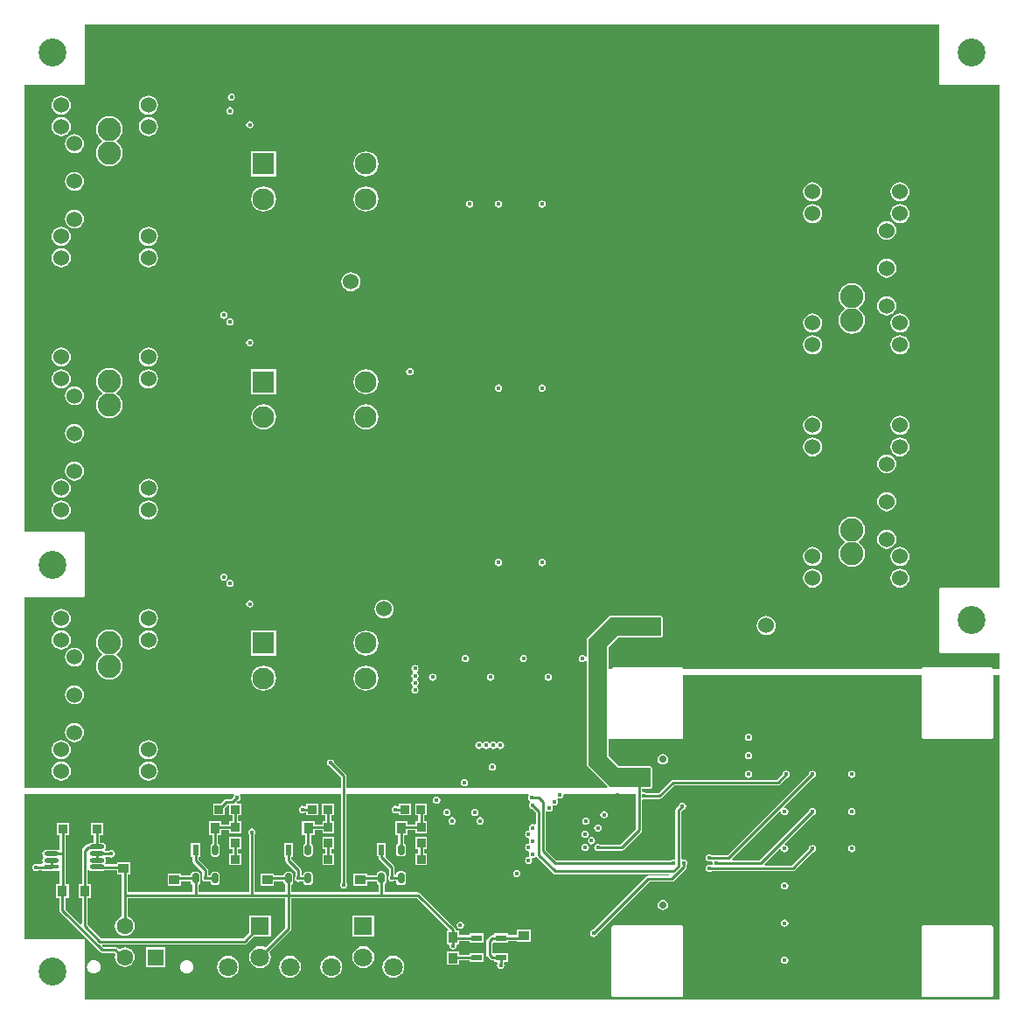
<source format=gbl>
G04*
G04 #@! TF.GenerationSoftware,Altium Limited,Altium Designer,20.1.8 (145)*
G04*
G04 Layer_Physical_Order=4*
G04 Layer_Color=16711680*
%FSLAX25Y25*%
%MOIN*%
G70*
G04*
G04 #@! TF.SameCoordinates,CA1AD960-CC60-4823-93EC-705349262C67*
G04*
G04*
G04 #@! TF.FilePolarity,Positive*
G04*
G01*
G75*
%ADD13C,0.01000*%
%ADD19R,0.03347X0.03347*%
%ADD21R,0.05709X0.01772*%
%ADD27R,0.03347X0.03347*%
%ADD28R,0.03543X0.03937*%
%ADD36R,0.03937X0.03543*%
%ADD74C,0.06299*%
%ADD75R,0.06299X0.06299*%
%ADD76C,0.06000*%
%ADD77C,0.08858*%
%ADD78C,0.10630*%
%ADD79C,0.02756*%
%ADD80C,0.07087*%
%ADD81R,0.07087X0.07087*%
%ADD82R,0.08268X0.08268*%
%ADD83C,0.08268*%
%ADD84C,0.01575*%
%ADD95R,0.02362X0.03937*%
G04:AMPARAMS|DCode=96|XSize=23.62mil|YSize=39.37mil|CornerRadius=5.91mil|HoleSize=0mil|Usage=FLASHONLY|Rotation=180.000|XOffset=0mil|YOffset=0mil|HoleType=Round|Shape=RoundedRectangle|*
%AMROUNDEDRECTD96*
21,1,0.02362,0.02756,0,0,180.0*
21,1,0.01181,0.03937,0,0,180.0*
1,1,0.01181,-0.00591,0.01378*
1,1,0.01181,0.00591,0.01378*
1,1,0.01181,0.00591,-0.01378*
1,1,0.01181,-0.00591,-0.01378*
%
%ADD96ROUNDEDRECTD96*%
%ADD97R,0.04134X0.02362*%
%ADD98O,0.05709X0.01772*%
G36*
X349746Y350394D02*
X349936Y349936D01*
X350394Y349746D01*
X372896D01*
Y158128D01*
X350394D01*
X349936Y157938D01*
X349746Y157480D01*
Y133858D01*
X349936Y133400D01*
X350394Y133211D01*
X372896D01*
Y127165D01*
X370333D01*
X370143Y127623D01*
X369685Y127813D01*
X343701D01*
X343243Y127623D01*
X343053Y127165D01*
X252222D01*
X252033Y127623D01*
X251575Y127813D01*
X225590D01*
X225132Y127623D01*
X224943Y127165D01*
X223876D01*
X223876Y135558D01*
X227434Y139116D01*
X243701D01*
X244159Y139306D01*
X244349Y139764D01*
X244349Y146850D01*
X244159Y147308D01*
X243701Y147498D01*
X224410D01*
X223951Y147308D01*
X215684Y139041D01*
X215494Y138583D01*
Y131931D01*
X214994Y131779D01*
X214779Y132102D01*
X214320Y132408D01*
X213779Y132515D01*
X213239Y132408D01*
X212780Y132102D01*
X212474Y131643D01*
X212367Y131102D01*
X212474Y130562D01*
X212780Y130103D01*
X213239Y129797D01*
X213779Y129689D01*
X214320Y129797D01*
X214779Y130103D01*
X214994Y130426D01*
X215494Y130274D01*
Y90551D01*
X215684Y90093D01*
X223425Y82352D01*
X223234Y81890D01*
X123955D01*
Y86417D01*
X123869Y86846D01*
X123627Y87209D01*
X119284Y91552D01*
X119219Y91879D01*
X118912Y92338D01*
X118454Y92644D01*
X117913Y92752D01*
X117373Y92644D01*
X116914Y92338D01*
X116608Y91879D01*
X116500Y91339D01*
X116608Y90798D01*
X116914Y90339D01*
X117373Y90033D01*
X117700Y89968D01*
X121715Y85953D01*
Y81890D01*
X1120Y81890D01*
Y154470D01*
X23622D01*
X24080Y154660D01*
X24270Y155118D01*
Y178740D01*
X24080Y179198D01*
X23622Y179388D01*
X1120D01*
X1120Y349746D01*
X23622D01*
X24080Y349936D01*
X24270Y350394D01*
Y372896D01*
X349746D01*
Y350394D01*
D02*
G37*
G36*
X343053Y124803D02*
Y101181D01*
X343243Y100723D01*
X343701Y100533D01*
X369685D01*
X370143Y100723D01*
X370333Y101181D01*
Y124803D01*
X372896D01*
Y1120D01*
X24270D01*
Y23622D01*
X24080Y24080D01*
X23622Y24270D01*
X1120D01*
X1120Y79528D01*
X80813D01*
X80832Y79507D01*
X81034Y79028D01*
X80831Y78724D01*
X80766Y78396D01*
X79883Y77514D01*
X78067D01*
X77638Y77428D01*
X77275Y77186D01*
X75983Y75894D01*
X73024D01*
Y71350D01*
X77567D01*
Y74310D01*
X78531Y75274D01*
X79126D01*
Y71350D01*
X80376D01*
Y69102D01*
X79224D01*
Y67951D01*
X76287D01*
Y69102D01*
X71547D01*
Y63968D01*
X72699D01*
Y60624D01*
X72371Y60404D01*
X72108Y60011D01*
X72016Y59547D01*
Y56791D01*
X72108Y56327D01*
X72371Y55934D01*
X72764Y55671D01*
X73228Y55579D01*
X74409D01*
X74873Y55671D01*
X75267Y55934D01*
X75529Y56327D01*
X75622Y56791D01*
Y59547D01*
X75529Y60011D01*
X75267Y60404D01*
X74939Y60624D01*
Y63968D01*
X76287D01*
Y65711D01*
X79224D01*
Y64559D01*
X83768D01*
Y69102D01*
X82616D01*
Y71350D01*
X83669D01*
Y75894D01*
X82085D01*
X81893Y76356D01*
X82350Y76812D01*
X82677Y76877D01*
X83136Y77184D01*
X83442Y77642D01*
X83549Y78183D01*
X83442Y78724D01*
X83239Y79028D01*
X83441Y79507D01*
X83460Y79528D01*
X121715D01*
Y45700D01*
X121529Y45423D01*
X121422Y44882D01*
X121529Y44341D01*
X121835Y43883D01*
X122294Y43576D01*
X122835Y43469D01*
X123375Y43576D01*
X123834Y43883D01*
X124140Y44341D01*
X124248Y44882D01*
X124140Y45423D01*
X123955Y45700D01*
Y79528D01*
X146407D01*
X193265Y79527D01*
X193395Y79307D01*
X193474Y79027D01*
X193214Y78638D01*
X193106Y78097D01*
X193214Y77557D01*
X193520Y77098D01*
X193848Y76879D01*
X193910Y76445D01*
X193882Y76301D01*
X193848Y76279D01*
X193542Y75820D01*
X193435Y75279D01*
X193542Y74739D01*
X193848Y74280D01*
X194307Y73974D01*
X194634Y73909D01*
X196100Y72443D01*
Y68035D01*
X195600Y67768D01*
X195388Y67910D01*
X194848Y68017D01*
X194307Y67910D01*
X193848Y67603D01*
X193542Y67145D01*
X193435Y66604D01*
X193542Y66064D01*
X193606Y65968D01*
X193307Y65517D01*
X192766Y65410D01*
X192308Y65103D01*
X192002Y64645D01*
X191894Y64104D01*
X192002Y63564D01*
X192308Y63105D01*
X192766Y62799D01*
X193307Y62691D01*
X193608Y62241D01*
X193542Y62143D01*
X193435Y61602D01*
X193542Y61062D01*
X193605Y60968D01*
X193307Y60517D01*
X192766Y60410D01*
X192308Y60103D01*
X192002Y59645D01*
X191894Y59104D01*
X192002Y58564D01*
X192308Y58105D01*
X192766Y57799D01*
X193307Y57691D01*
X193605Y57241D01*
X193541Y57145D01*
X193433Y56604D01*
X193541Y56064D01*
X193605Y55968D01*
X193307Y55517D01*
X192766Y55410D01*
X192308Y55103D01*
X192002Y54645D01*
X191894Y54104D01*
X192002Y53564D01*
X192308Y53105D01*
X192766Y52799D01*
X193307Y52691D01*
X193848Y52799D01*
X194306Y53105D01*
X194613Y53564D01*
X194720Y54104D01*
X194613Y54645D01*
X194548Y54741D01*
X194846Y55191D01*
X195387Y55299D01*
X195846Y55605D01*
X196393Y55524D01*
X196429Y55470D01*
X202690Y49208D01*
X203054Y48965D01*
X203482Y48880D01*
X246745D01*
X247012Y48380D01*
X247001Y48364D01*
X238976D01*
X238548Y48279D01*
X238184Y48036D01*
X217897Y27749D01*
X217569Y27683D01*
X217111Y27377D01*
X216805Y26919D01*
X216697Y26378D01*
X216805Y25837D01*
X217111Y25379D01*
X217569Y25073D01*
X218110Y24965D01*
X218651Y25073D01*
X219109Y25379D01*
X219416Y25837D01*
X219481Y26165D01*
X239440Y46124D01*
X247930D01*
X248358Y46209D01*
X248722Y46452D01*
X253154Y50885D01*
X253397Y51248D01*
X253482Y51676D01*
Y52331D01*
X253668Y52609D01*
X253775Y53150D01*
X253668Y53690D01*
X253361Y54149D01*
X252903Y54455D01*
X252362Y54563D01*
X252014Y54493D01*
X251514Y54805D01*
Y72764D01*
X252182Y73433D01*
X252509Y73498D01*
X252968Y73804D01*
X253274Y74262D01*
X253381Y74803D01*
X253274Y75344D01*
X252968Y75802D01*
X252509Y76109D01*
X251969Y76216D01*
X251428Y76109D01*
X250969Y75802D01*
X250663Y75344D01*
X250598Y75016D01*
X249602Y74020D01*
X249359Y73657D01*
X249274Y73228D01*
Y54805D01*
X248774Y54493D01*
X248425Y54563D01*
X247884Y54455D01*
X247607Y54270D01*
X203808D01*
X199939Y58139D01*
Y72664D01*
X200439Y72932D01*
X200640Y72797D01*
X201181Y72689D01*
X201722Y72797D01*
X202180Y73103D01*
X202486Y73562D01*
X202594Y74102D01*
X202486Y74643D01*
X202324Y74886D01*
X202530Y75182D01*
X202657Y75287D01*
X203150Y75189D01*
X203690Y75297D01*
X204149Y75603D01*
X204455Y76062D01*
X204563Y76602D01*
X204455Y77143D01*
X204293Y77386D01*
X204498Y77682D01*
X204626Y77787D01*
X205118Y77689D01*
X205659Y77797D01*
X206117Y78103D01*
X206423Y78562D01*
X206531Y79102D01*
X206523Y79141D01*
X206841Y79527D01*
X234313Y79527D01*
Y66212D01*
X228276Y60175D01*
X220577D01*
X220226Y60410D01*
X219685Y60517D01*
X219144Y60410D01*
X218686Y60103D01*
X218380Y59645D01*
X218272Y59104D01*
X218380Y58564D01*
X218686Y58105D01*
X219144Y57799D01*
X219685Y57691D01*
X220226Y57799D01*
X220430Y57935D01*
X228740D01*
X229169Y58020D01*
X229532Y58263D01*
X236225Y64956D01*
X236468Y65319D01*
X236553Y65748D01*
Y77030D01*
X237053Y77380D01*
X237319Y77327D01*
X237860Y77435D01*
X238137Y77620D01*
X243321D01*
X243750Y77706D01*
X244113Y77948D01*
X248903Y82738D01*
X288336D01*
X288765Y82824D01*
X289128Y83066D01*
X291699Y85637D01*
X292026Y85702D01*
X292485Y86009D01*
X292791Y86467D01*
X292899Y87008D01*
X292791Y87549D01*
X292485Y88007D01*
X292026Y88313D01*
X291486Y88421D01*
X290945Y88313D01*
X290487Y88007D01*
X290180Y87549D01*
X290115Y87221D01*
X287872Y84978D01*
X248439D01*
X248011Y84893D01*
X247648Y84650D01*
X242857Y79860D01*
X238137D01*
X237860Y80046D01*
X237319Y80153D01*
X237053Y80100D01*
X236553Y80451D01*
Y81636D01*
X239764D01*
X240222Y81825D01*
X240411Y82284D01*
Y89370D01*
X240222Y89828D01*
X239764Y90018D01*
X227827Y90018D01*
X223876Y93969D01*
X223876Y100533D01*
X223876D01*
Y100533D01*
X252223Y100533D01*
X252222Y124803D01*
X343053Y124803D01*
D02*
G37*
G36*
X243701Y139764D02*
X227165D01*
X223228Y135827D01*
X223228Y93701D01*
X227559Y89370D01*
X239764Y89370D01*
Y82284D01*
X224410D01*
X216142Y90551D01*
Y138583D01*
X224410Y146850D01*
X243701D01*
X243701Y139764D01*
D02*
G37*
%LPC*%
G36*
X80004Y346492D02*
X79463Y346384D01*
X79005Y346078D01*
X78698Y345620D01*
X78591Y345079D01*
X78698Y344538D01*
X79005Y344080D01*
X79463Y343773D01*
X80004Y343666D01*
X80545Y343773D01*
X81003Y344080D01*
X81309Y344538D01*
X81417Y345079D01*
X81309Y345620D01*
X81003Y346078D01*
X80545Y346384D01*
X80004Y346492D01*
D02*
G37*
G36*
X79528Y341374D02*
X78987Y341266D01*
X78528Y340960D01*
X78222Y340501D01*
X78115Y339961D01*
X78222Y339420D01*
X78528Y338962D01*
X78987Y338655D01*
X79528Y338548D01*
X80068Y338655D01*
X80527Y338962D01*
X80833Y339420D01*
X80941Y339961D01*
X80833Y340501D01*
X80527Y340960D01*
X80068Y341266D01*
X79528Y341374D01*
D02*
G37*
G36*
X48425Y345756D02*
X47486Y345632D01*
X46611Y345269D01*
X45859Y344692D01*
X45282Y343941D01*
X44919Y343065D01*
X44796Y342126D01*
X44919Y341187D01*
X45282Y340311D01*
X45859Y339560D01*
X46611Y338983D01*
X47486Y338620D01*
X48425Y338496D01*
X49365Y338620D01*
X50240Y338983D01*
X50992Y339560D01*
X51568Y340311D01*
X51931Y341187D01*
X52055Y342126D01*
X51931Y343065D01*
X51568Y343941D01*
X50992Y344692D01*
X50240Y345269D01*
X49365Y345632D01*
X48425Y345756D01*
D02*
G37*
G36*
X15157D02*
X14218Y345632D01*
X13343Y345269D01*
X12591Y344692D01*
X12014Y343941D01*
X11652Y343065D01*
X11528Y342126D01*
X11652Y341187D01*
X12014Y340311D01*
X12591Y339560D01*
X13343Y338983D01*
X14218Y338620D01*
X15157Y338496D01*
X16097Y338620D01*
X16972Y338983D01*
X17724Y339560D01*
X18301Y340311D01*
X18663Y341187D01*
X18787Y342126D01*
X18663Y343065D01*
X18301Y343941D01*
X17724Y344692D01*
X16972Y345269D01*
X16097Y345632D01*
X15157Y345756D01*
D02*
G37*
G36*
X87008Y336059D02*
X86467Y335951D01*
X86009Y335645D01*
X85702Y335186D01*
X85595Y334646D01*
X85702Y334105D01*
X86009Y333646D01*
X86467Y333340D01*
X87008Y333233D01*
X87549Y333340D01*
X88007Y333646D01*
X88313Y334105D01*
X88421Y334646D01*
X88313Y335186D01*
X88007Y335645D01*
X87549Y335951D01*
X87008Y336059D01*
D02*
G37*
G36*
X48425Y337488D02*
X47486Y337364D01*
X46611Y337001D01*
X45859Y336425D01*
X45282Y335673D01*
X44919Y334798D01*
X44796Y333858D01*
X44919Y332919D01*
X45282Y332044D01*
X45859Y331292D01*
X46611Y330715D01*
X47486Y330352D01*
X48425Y330229D01*
X49365Y330352D01*
X50240Y330715D01*
X50992Y331292D01*
X51568Y332044D01*
X51931Y332919D01*
X52055Y333858D01*
X51931Y334798D01*
X51568Y335673D01*
X50992Y336425D01*
X50240Y337001D01*
X49365Y337364D01*
X48425Y337488D01*
D02*
G37*
G36*
X15157D02*
X14218Y337364D01*
X13343Y337001D01*
X12591Y336425D01*
X12014Y335673D01*
X11652Y334798D01*
X11528Y333858D01*
X11652Y332919D01*
X12014Y332044D01*
X12591Y331292D01*
X13343Y330715D01*
X14218Y330352D01*
X15157Y330229D01*
X16097Y330352D01*
X16972Y330715D01*
X17724Y331292D01*
X18301Y332044D01*
X18663Y332919D01*
X18787Y333858D01*
X18663Y334798D01*
X18301Y335673D01*
X17724Y336425D01*
X16972Y337001D01*
X16097Y337364D01*
X15157Y337488D01*
D02*
G37*
G36*
X20177Y330992D02*
X19238Y330868D01*
X18362Y330505D01*
X17611Y329929D01*
X17034Y329177D01*
X16671Y328302D01*
X16548Y327362D01*
X16671Y326423D01*
X17034Y325548D01*
X17611Y324796D01*
X18362Y324219D01*
X19238Y323856D01*
X20177Y323733D01*
X21117Y323856D01*
X21992Y324219D01*
X22744Y324796D01*
X23320Y325548D01*
X23683Y326423D01*
X23807Y327362D01*
X23683Y328302D01*
X23320Y329177D01*
X22744Y329929D01*
X21992Y330505D01*
X21117Y330868D01*
X20177Y330992D01*
D02*
G37*
G36*
X33465Y337945D02*
X32152Y337772D01*
X30929Y337266D01*
X29879Y336460D01*
X29073Y335409D01*
X28566Y334187D01*
X28394Y332874D01*
X28566Y331562D01*
X29073Y330339D01*
X29879Y329288D01*
X30713Y328648D01*
X30730Y328614D01*
Y328078D01*
X30713Y328045D01*
X29879Y327405D01*
X29073Y326354D01*
X28566Y325131D01*
X28394Y323819D01*
X28566Y322506D01*
X29073Y321283D01*
X29879Y320233D01*
X30929Y319427D01*
X32152Y318921D01*
X33465Y318748D01*
X34777Y318921D01*
X36000Y319427D01*
X37050Y320233D01*
X37856Y321283D01*
X38363Y322506D01*
X38535Y323819D01*
X38363Y325131D01*
X37856Y326354D01*
X37050Y327405D01*
X36216Y328045D01*
X36199Y328078D01*
Y328614D01*
X36216Y328648D01*
X37050Y329288D01*
X37856Y330339D01*
X38363Y331562D01*
X38535Y332874D01*
X38363Y334187D01*
X37856Y335409D01*
X37050Y336460D01*
X36000Y337266D01*
X34777Y337772D01*
X33465Y337945D01*
D02*
G37*
G36*
X97055Y324417D02*
X87590D01*
Y314953D01*
X97055D01*
Y324417D01*
D02*
G37*
G36*
X131299Y324458D02*
X130064Y324295D01*
X128913Y323819D01*
X127924Y323060D01*
X127166Y322072D01*
X126689Y320920D01*
X126526Y319685D01*
X126689Y318450D01*
X127166Y317299D01*
X127924Y316310D01*
X128913Y315551D01*
X130064Y315074D01*
X131299Y314912D01*
X132535Y315074D01*
X133686Y315551D01*
X134674Y316310D01*
X135433Y317299D01*
X135910Y318450D01*
X136072Y319685D01*
X135910Y320920D01*
X135433Y322072D01*
X134674Y323060D01*
X133686Y323819D01*
X132535Y324295D01*
X131299Y324458D01*
D02*
G37*
G36*
X20177Y316622D02*
X19238Y316498D01*
X18362Y316135D01*
X17611Y315559D01*
X17034Y314807D01*
X16671Y313931D01*
X16548Y312992D01*
X16671Y312053D01*
X17034Y311177D01*
X17611Y310426D01*
X18362Y309849D01*
X19238Y309486D01*
X20177Y309363D01*
X21117Y309486D01*
X21992Y309849D01*
X22744Y310426D01*
X23320Y311177D01*
X23683Y312053D01*
X23807Y312992D01*
X23683Y313931D01*
X23320Y314807D01*
X22744Y315559D01*
X21992Y316135D01*
X21117Y316498D01*
X20177Y316622D01*
D02*
G37*
G36*
X334842Y312685D02*
X333903Y312561D01*
X333028Y312198D01*
X332276Y311621D01*
X331699Y310870D01*
X331337Y309995D01*
X331213Y309055D01*
X331337Y308116D01*
X331699Y307240D01*
X332276Y306489D01*
X333028Y305912D01*
X333903Y305549D01*
X334842Y305426D01*
X335782Y305549D01*
X336657Y305912D01*
X337409Y306489D01*
X337986Y307240D01*
X338348Y308116D01*
X338472Y309055D01*
X338348Y309995D01*
X337986Y310870D01*
X337409Y311621D01*
X336657Y312198D01*
X335782Y312561D01*
X334842Y312685D01*
D02*
G37*
G36*
X301575D02*
X300635Y312561D01*
X299760Y312198D01*
X299008Y311621D01*
X298432Y310870D01*
X298069Y309995D01*
X297945Y309055D01*
X298069Y308116D01*
X298432Y307240D01*
X299008Y306489D01*
X299760Y305912D01*
X300635Y305549D01*
X301575Y305426D01*
X302514Y305549D01*
X303390Y305912D01*
X304141Y306489D01*
X304718Y307240D01*
X305081Y308116D01*
X305204Y309055D01*
X305081Y309995D01*
X304718Y310870D01*
X304141Y311621D01*
X303390Y312198D01*
X302514Y312561D01*
X301575Y312685D01*
D02*
G37*
G36*
X198425Y305744D02*
X197885Y305636D01*
X197426Y305330D01*
X197120Y304871D01*
X197012Y304331D01*
X197120Y303790D01*
X197426Y303332D01*
X197885Y303025D01*
X198425Y302918D01*
X198966Y303025D01*
X199424Y303332D01*
X199731Y303790D01*
X199838Y304331D01*
X199731Y304871D01*
X199424Y305330D01*
X198966Y305636D01*
X198425Y305744D01*
D02*
G37*
G36*
X181890D02*
X181349Y305636D01*
X180891Y305330D01*
X180584Y304871D01*
X180477Y304331D01*
X180584Y303790D01*
X180891Y303332D01*
X181349Y303025D01*
X181890Y302918D01*
X182431Y303025D01*
X182889Y303332D01*
X183195Y303790D01*
X183303Y304331D01*
X183195Y304871D01*
X182889Y305330D01*
X182431Y305636D01*
X181890Y305744D01*
D02*
G37*
G36*
X170866D02*
X170325Y305636D01*
X169867Y305330D01*
X169561Y304871D01*
X169453Y304331D01*
X169561Y303790D01*
X169867Y303332D01*
X170325Y303025D01*
X170866Y302918D01*
X171407Y303025D01*
X171865Y303332D01*
X172172Y303790D01*
X172279Y304331D01*
X172172Y304871D01*
X171865Y305330D01*
X171407Y305636D01*
X170866Y305744D01*
D02*
G37*
G36*
X131299Y311072D02*
X130064Y310910D01*
X128913Y310433D01*
X127924Y309674D01*
X127166Y308686D01*
X126689Y307535D01*
X126526Y306299D01*
X126689Y305064D01*
X127166Y303913D01*
X127924Y302924D01*
X128913Y302166D01*
X130064Y301689D01*
X131299Y301526D01*
X132535Y301689D01*
X133686Y302166D01*
X134674Y302924D01*
X135433Y303913D01*
X135910Y305064D01*
X136072Y306299D01*
X135910Y307535D01*
X135433Y308686D01*
X134674Y309674D01*
X133686Y310433D01*
X132535Y310910D01*
X131299Y311072D01*
D02*
G37*
G36*
X92323D02*
X91088Y310910D01*
X89936Y310433D01*
X88948Y309674D01*
X88189Y308686D01*
X87712Y307535D01*
X87550Y306299D01*
X87712Y305064D01*
X88189Y303913D01*
X88948Y302924D01*
X89936Y302166D01*
X91088Y301689D01*
X92323Y301526D01*
X93558Y301689D01*
X94709Y302166D01*
X95698Y302924D01*
X96456Y303913D01*
X96933Y305064D01*
X97096Y306299D01*
X96933Y307535D01*
X96456Y308686D01*
X95698Y309674D01*
X94709Y310433D01*
X93558Y310910D01*
X92323Y311072D01*
D02*
G37*
G36*
X334842Y304417D02*
X333903Y304293D01*
X333028Y303931D01*
X332276Y303354D01*
X331699Y302602D01*
X331337Y301727D01*
X331213Y300787D01*
X331337Y299848D01*
X331699Y298973D01*
X332276Y298221D01*
X333028Y297644D01*
X333903Y297282D01*
X334842Y297158D01*
X335782Y297282D01*
X336657Y297644D01*
X337409Y298221D01*
X337986Y298973D01*
X338348Y299848D01*
X338472Y300787D01*
X338348Y301727D01*
X337986Y302602D01*
X337409Y303354D01*
X336657Y303931D01*
X335782Y304293D01*
X334842Y304417D01*
D02*
G37*
G36*
X301575D02*
X300635Y304293D01*
X299760Y303931D01*
X299008Y303354D01*
X298432Y302602D01*
X298069Y301727D01*
X297945Y300787D01*
X298069Y299848D01*
X298432Y298973D01*
X299008Y298221D01*
X299760Y297644D01*
X300635Y297282D01*
X301575Y297158D01*
X302514Y297282D01*
X303390Y297644D01*
X304141Y298221D01*
X304718Y298973D01*
X305081Y299848D01*
X305204Y300787D01*
X305081Y301727D01*
X304718Y302602D01*
X304141Y303354D01*
X303390Y303931D01*
X302514Y304293D01*
X301575Y304417D01*
D02*
G37*
G36*
X20177Y302252D02*
X19238Y302128D01*
X18362Y301765D01*
X17611Y301188D01*
X17034Y300437D01*
X16671Y299561D01*
X16548Y298622D01*
X16671Y297683D01*
X17034Y296807D01*
X17611Y296056D01*
X18362Y295479D01*
X19238Y295116D01*
X20177Y294993D01*
X21117Y295116D01*
X21992Y295479D01*
X22744Y296056D01*
X23320Y296807D01*
X23683Y297683D01*
X23807Y298622D01*
X23683Y299561D01*
X23320Y300437D01*
X22744Y301188D01*
X21992Y301765D01*
X21117Y302128D01*
X20177Y302252D01*
D02*
G37*
G36*
X329823Y297921D02*
X328883Y297797D01*
X328008Y297435D01*
X327256Y296858D01*
X326680Y296106D01*
X326317Y295231D01*
X326193Y294291D01*
X326317Y293352D01*
X326680Y292477D01*
X327256Y291725D01*
X328008Y291148D01*
X328883Y290786D01*
X329823Y290662D01*
X330762Y290786D01*
X331638Y291148D01*
X332389Y291725D01*
X332966Y292477D01*
X333329Y293352D01*
X333452Y294291D01*
X333329Y295231D01*
X332966Y296106D01*
X332389Y296858D01*
X331638Y297435D01*
X330762Y297797D01*
X329823Y297921D01*
D02*
G37*
G36*
X48425Y295756D02*
X47486Y295632D01*
X46611Y295269D01*
X45859Y294692D01*
X45282Y293941D01*
X44919Y293065D01*
X44796Y292126D01*
X44919Y291187D01*
X45282Y290311D01*
X45859Y289560D01*
X46611Y288983D01*
X47486Y288620D01*
X48425Y288496D01*
X49365Y288620D01*
X50240Y288983D01*
X50992Y289560D01*
X51568Y290311D01*
X51931Y291187D01*
X52055Y292126D01*
X51931Y293065D01*
X51568Y293941D01*
X50992Y294692D01*
X50240Y295269D01*
X49365Y295632D01*
X48425Y295756D01*
D02*
G37*
G36*
X15157D02*
X14218Y295632D01*
X13343Y295269D01*
X12591Y294692D01*
X12014Y293941D01*
X11652Y293065D01*
X11528Y292126D01*
X11652Y291187D01*
X12014Y290311D01*
X12591Y289560D01*
X13343Y288983D01*
X14218Y288620D01*
X15157Y288496D01*
X16097Y288620D01*
X16972Y288983D01*
X17724Y289560D01*
X18301Y290311D01*
X18663Y291187D01*
X18787Y292126D01*
X18663Y293065D01*
X18301Y293941D01*
X17724Y294692D01*
X16972Y295269D01*
X16097Y295632D01*
X15157Y295756D01*
D02*
G37*
G36*
X48425Y287488D02*
X47486Y287364D01*
X46611Y287001D01*
X45859Y286425D01*
X45282Y285673D01*
X44919Y284798D01*
X44796Y283858D01*
X44919Y282919D01*
X45282Y282044D01*
X45859Y281292D01*
X46611Y280715D01*
X47486Y280352D01*
X48425Y280229D01*
X49365Y280352D01*
X50240Y280715D01*
X50992Y281292D01*
X51568Y282044D01*
X51931Y282919D01*
X52055Y283858D01*
X51931Y284798D01*
X51568Y285673D01*
X50992Y286425D01*
X50240Y287001D01*
X49365Y287364D01*
X48425Y287488D01*
D02*
G37*
G36*
X15157D02*
X14218Y287364D01*
X13343Y287001D01*
X12591Y286425D01*
X12014Y285673D01*
X11652Y284798D01*
X11528Y283858D01*
X11652Y282919D01*
X12014Y282044D01*
X12591Y281292D01*
X13343Y280715D01*
X14218Y280352D01*
X15157Y280229D01*
X16097Y280352D01*
X16972Y280715D01*
X17724Y281292D01*
X18301Y282044D01*
X18663Y282919D01*
X18787Y283858D01*
X18663Y284798D01*
X18301Y285673D01*
X17724Y286425D01*
X16972Y287001D01*
X16097Y287364D01*
X15157Y287488D01*
D02*
G37*
G36*
X329823Y283551D02*
X328883Y283427D01*
X328008Y283065D01*
X327256Y282488D01*
X326680Y281736D01*
X326317Y280861D01*
X326193Y279921D01*
X326317Y278982D01*
X326680Y278106D01*
X327256Y277355D01*
X328008Y276778D01*
X328883Y276415D01*
X329823Y276292D01*
X330762Y276415D01*
X331638Y276778D01*
X332389Y277355D01*
X332966Y278106D01*
X333329Y278982D01*
X333452Y279921D01*
X333329Y280861D01*
X332966Y281736D01*
X332389Y282488D01*
X331638Y283065D01*
X330762Y283427D01*
X329823Y283551D01*
D02*
G37*
G36*
X125591Y278433D02*
X124651Y278309D01*
X123776Y277946D01*
X123024Y277370D01*
X122447Y276618D01*
X122085Y275743D01*
X121961Y274803D01*
X122085Y273864D01*
X122447Y272988D01*
X123024Y272237D01*
X123776Y271660D01*
X124651Y271297D01*
X125591Y271174D01*
X126530Y271297D01*
X127405Y271660D01*
X128157Y272237D01*
X128734Y272988D01*
X129096Y273864D01*
X129220Y274803D01*
X129096Y275743D01*
X128734Y276618D01*
X128157Y277370D01*
X127405Y277946D01*
X126530Y278309D01*
X125591Y278433D01*
D02*
G37*
G36*
X329823Y269181D02*
X328883Y269057D01*
X328008Y268694D01*
X327256Y268118D01*
X326680Y267366D01*
X326317Y266491D01*
X326193Y265551D01*
X326317Y264612D01*
X326680Y263736D01*
X327256Y262985D01*
X328008Y262408D01*
X328883Y262045D01*
X329823Y261922D01*
X330762Y262045D01*
X331638Y262408D01*
X332389Y262985D01*
X332966Y263736D01*
X333329Y264612D01*
X333452Y265551D01*
X333329Y266491D01*
X332966Y267366D01*
X332389Y268118D01*
X331638Y268694D01*
X330762Y269057D01*
X329823Y269181D01*
D02*
G37*
G36*
X77165Y263421D02*
X76625Y263313D01*
X76166Y263007D01*
X75860Y262549D01*
X75752Y262008D01*
X75860Y261467D01*
X76166Y261009D01*
X76625Y260702D01*
X77165Y260595D01*
X77706Y260702D01*
X78164Y261009D01*
X78471Y261467D01*
X78578Y262008D01*
X78471Y262549D01*
X78164Y263007D01*
X77706Y263313D01*
X77165Y263421D01*
D02*
G37*
G36*
X79528Y260862D02*
X78987Y260754D01*
X78528Y260448D01*
X78222Y259990D01*
X78115Y259449D01*
X78222Y258908D01*
X78528Y258450D01*
X78987Y258143D01*
X79528Y258036D01*
X80068Y258143D01*
X80527Y258450D01*
X80833Y258908D01*
X80941Y259449D01*
X80833Y259990D01*
X80527Y260448D01*
X80068Y260754D01*
X79528Y260862D01*
D02*
G37*
G36*
X334842Y262685D02*
X333903Y262561D01*
X333028Y262198D01*
X332276Y261621D01*
X331699Y260870D01*
X331337Y259995D01*
X331213Y259055D01*
X331337Y258116D01*
X331699Y257240D01*
X332276Y256489D01*
X333028Y255912D01*
X333903Y255549D01*
X334842Y255426D01*
X335782Y255549D01*
X336657Y255912D01*
X337409Y256489D01*
X337986Y257240D01*
X338348Y258116D01*
X338472Y259055D01*
X338348Y259995D01*
X337986Y260870D01*
X337409Y261621D01*
X336657Y262198D01*
X335782Y262561D01*
X334842Y262685D01*
D02*
G37*
G36*
X301575D02*
X300635Y262561D01*
X299760Y262198D01*
X299008Y261621D01*
X298432Y260870D01*
X298069Y259995D01*
X297945Y259055D01*
X298069Y258116D01*
X298432Y257240D01*
X299008Y256489D01*
X299760Y255912D01*
X300635Y255549D01*
X301575Y255426D01*
X302514Y255549D01*
X303390Y255912D01*
X304141Y256489D01*
X304718Y257240D01*
X305081Y258116D01*
X305204Y259055D01*
X305081Y259995D01*
X304718Y260870D01*
X304141Y261621D01*
X303390Y262198D01*
X302514Y262561D01*
X301575Y262685D01*
D02*
G37*
G36*
X316535Y274165D02*
X315223Y273993D01*
X314000Y273486D01*
X312950Y272680D01*
X312144Y271630D01*
X311637Y270407D01*
X311465Y269094D01*
X311637Y267782D01*
X312144Y266559D01*
X312950Y265509D01*
X313784Y264868D01*
X313801Y264835D01*
Y264299D01*
X313784Y264265D01*
X312950Y263625D01*
X312144Y262575D01*
X311637Y261352D01*
X311465Y260039D01*
X311637Y258727D01*
X312144Y257504D01*
X312950Y256454D01*
X314000Y255648D01*
X315223Y255141D01*
X316535Y254968D01*
X317848Y255141D01*
X319071Y255648D01*
X320121Y256454D01*
X320927Y257504D01*
X321434Y258727D01*
X321606Y260039D01*
X321434Y261352D01*
X320927Y262575D01*
X320121Y263625D01*
X319287Y264265D01*
X319270Y264299D01*
Y264835D01*
X319287Y264868D01*
X320121Y265509D01*
X320927Y266559D01*
X321434Y267782D01*
X321606Y269094D01*
X321434Y270407D01*
X320927Y271630D01*
X320121Y272680D01*
X319071Y273486D01*
X317848Y273993D01*
X316535Y274165D01*
D02*
G37*
G36*
X87008Y252988D02*
X86467Y252880D01*
X86009Y252574D01*
X85702Y252116D01*
X85595Y251575D01*
X85702Y251034D01*
X86009Y250576D01*
X86467Y250269D01*
X87008Y250162D01*
X87549Y250269D01*
X88007Y250576D01*
X88313Y251034D01*
X88421Y251575D01*
X88313Y252116D01*
X88007Y252574D01*
X87549Y252880D01*
X87008Y252988D01*
D02*
G37*
G36*
X334842Y254417D02*
X333903Y254293D01*
X333028Y253931D01*
X332276Y253354D01*
X331699Y252602D01*
X331337Y251727D01*
X331213Y250787D01*
X331337Y249848D01*
X331699Y248973D01*
X332276Y248221D01*
X333028Y247644D01*
X333903Y247282D01*
X334842Y247158D01*
X335782Y247282D01*
X336657Y247644D01*
X337409Y248221D01*
X337986Y248973D01*
X338348Y249848D01*
X338472Y250787D01*
X338348Y251727D01*
X337986Y252602D01*
X337409Y253354D01*
X336657Y253931D01*
X335782Y254293D01*
X334842Y254417D01*
D02*
G37*
G36*
X301575D02*
X300635Y254293D01*
X299760Y253931D01*
X299008Y253354D01*
X298432Y252602D01*
X298069Y251727D01*
X297945Y250787D01*
X298069Y249848D01*
X298432Y248973D01*
X299008Y248221D01*
X299760Y247644D01*
X300635Y247282D01*
X301575Y247158D01*
X302514Y247282D01*
X303390Y247644D01*
X304141Y248221D01*
X304718Y248973D01*
X305081Y249848D01*
X305204Y250787D01*
X305081Y251727D01*
X304718Y252602D01*
X304141Y253354D01*
X303390Y253931D01*
X302514Y254293D01*
X301575Y254417D01*
D02*
G37*
G36*
X48425Y249693D02*
X47486Y249569D01*
X46611Y249206D01*
X45859Y248629D01*
X45282Y247878D01*
X44919Y247002D01*
X44796Y246063D01*
X44919Y245124D01*
X45282Y244248D01*
X45859Y243497D01*
X46611Y242920D01*
X47486Y242557D01*
X48425Y242434D01*
X49365Y242557D01*
X50240Y242920D01*
X50992Y243497D01*
X51568Y244248D01*
X51931Y245124D01*
X52055Y246063D01*
X51931Y247002D01*
X51568Y247878D01*
X50992Y248629D01*
X50240Y249206D01*
X49365Y249569D01*
X48425Y249693D01*
D02*
G37*
G36*
X15157D02*
X14218Y249569D01*
X13343Y249206D01*
X12591Y248629D01*
X12014Y247878D01*
X11652Y247002D01*
X11528Y246063D01*
X11652Y245124D01*
X12014Y244248D01*
X12591Y243497D01*
X13343Y242920D01*
X14218Y242557D01*
X15157Y242434D01*
X16097Y242557D01*
X16972Y242920D01*
X17724Y243497D01*
X18301Y244248D01*
X18663Y245124D01*
X18787Y246063D01*
X18663Y247002D01*
X18301Y247878D01*
X17724Y248629D01*
X16972Y249206D01*
X16097Y249569D01*
X15157Y249693D01*
D02*
G37*
G36*
X148031Y241903D02*
X147491Y241795D01*
X147032Y241489D01*
X146726Y241031D01*
X146618Y240490D01*
X146726Y239949D01*
X147032Y239491D01*
X147491Y239185D01*
X148031Y239077D01*
X148572Y239185D01*
X149031Y239491D01*
X149337Y239949D01*
X149444Y240490D01*
X149337Y241031D01*
X149031Y241489D01*
X148572Y241795D01*
X148031Y241903D01*
D02*
G37*
G36*
X48425Y241425D02*
X47486Y241301D01*
X46611Y240938D01*
X45859Y240362D01*
X45282Y239610D01*
X44919Y238735D01*
X44796Y237795D01*
X44919Y236856D01*
X45282Y235981D01*
X45859Y235229D01*
X46611Y234652D01*
X47486Y234290D01*
X48425Y234166D01*
X49365Y234290D01*
X50240Y234652D01*
X50992Y235229D01*
X51568Y235981D01*
X51931Y236856D01*
X52055Y237795D01*
X51931Y238735D01*
X51568Y239610D01*
X50992Y240362D01*
X50240Y240938D01*
X49365Y241301D01*
X48425Y241425D01*
D02*
G37*
G36*
X15157D02*
X14218Y241301D01*
X13343Y240938D01*
X12591Y240362D01*
X12014Y239610D01*
X11652Y238735D01*
X11528Y237795D01*
X11652Y236856D01*
X12014Y235981D01*
X12591Y235229D01*
X13343Y234652D01*
X14218Y234290D01*
X15157Y234166D01*
X16097Y234290D01*
X16972Y234652D01*
X17724Y235229D01*
X18301Y235981D01*
X18663Y236856D01*
X18787Y237795D01*
X18663Y238735D01*
X18301Y239610D01*
X17724Y240362D01*
X16972Y240938D01*
X16097Y241301D01*
X15157Y241425D01*
D02*
G37*
G36*
X198425Y235665D02*
X197885Y235557D01*
X197426Y235251D01*
X197120Y234793D01*
X197012Y234252D01*
X197120Y233711D01*
X197426Y233253D01*
X197885Y232946D01*
X198425Y232839D01*
X198966Y232946D01*
X199424Y233253D01*
X199731Y233711D01*
X199838Y234252D01*
X199731Y234793D01*
X199424Y235251D01*
X198966Y235557D01*
X198425Y235665D01*
D02*
G37*
G36*
X181890D02*
X181349Y235557D01*
X180891Y235251D01*
X180584Y234793D01*
X180477Y234252D01*
X180584Y233711D01*
X180891Y233253D01*
X181349Y232946D01*
X181890Y232839D01*
X182431Y232946D01*
X182889Y233253D01*
X183195Y233711D01*
X183303Y234252D01*
X183195Y234793D01*
X182889Y235251D01*
X182431Y235557D01*
X181890Y235665D01*
D02*
G37*
G36*
X97055Y241347D02*
X87590D01*
Y231882D01*
X97055D01*
Y241347D01*
D02*
G37*
G36*
X131299Y241387D02*
X130064Y241225D01*
X128913Y240748D01*
X127924Y239989D01*
X127166Y239001D01*
X126689Y237849D01*
X126526Y236614D01*
X126689Y235379D01*
X127166Y234228D01*
X127924Y233239D01*
X128913Y232481D01*
X130064Y232004D01*
X131299Y231841D01*
X132535Y232004D01*
X133686Y232481D01*
X134674Y233239D01*
X135433Y234228D01*
X135910Y235379D01*
X136072Y236614D01*
X135910Y237849D01*
X135433Y239001D01*
X134674Y239989D01*
X133686Y240748D01*
X132535Y241225D01*
X131299Y241387D01*
D02*
G37*
G36*
X20177Y234929D02*
X19238Y234805D01*
X18362Y234442D01*
X17611Y233866D01*
X17034Y233114D01*
X16671Y232239D01*
X16548Y231299D01*
X16671Y230360D01*
X17034Y229485D01*
X17611Y228733D01*
X18362Y228156D01*
X19238Y227793D01*
X20177Y227670D01*
X21117Y227793D01*
X21992Y228156D01*
X22744Y228733D01*
X23320Y229485D01*
X23683Y230360D01*
X23807Y231299D01*
X23683Y232239D01*
X23320Y233114D01*
X22744Y233866D01*
X21992Y234442D01*
X21117Y234805D01*
X20177Y234929D01*
D02*
G37*
G36*
X33465Y241882D02*
X32152Y241709D01*
X30929Y241203D01*
X29879Y240397D01*
X29073Y239347D01*
X28566Y238123D01*
X28394Y236811D01*
X28566Y235499D01*
X29073Y234276D01*
X29879Y233225D01*
X30713Y232585D01*
X30730Y232552D01*
Y232015D01*
X30713Y231982D01*
X29879Y231342D01*
X29073Y230291D01*
X28566Y229068D01*
X28394Y227756D01*
X28566Y226443D01*
X29073Y225220D01*
X29879Y224170D01*
X30929Y223364D01*
X32152Y222858D01*
X33465Y222685D01*
X34777Y222858D01*
X36000Y223364D01*
X37050Y224170D01*
X37856Y225220D01*
X38363Y226443D01*
X38535Y227756D01*
X38363Y229068D01*
X37856Y230291D01*
X37050Y231342D01*
X36216Y231982D01*
X36199Y232015D01*
Y232552D01*
X36216Y232585D01*
X37050Y233225D01*
X37856Y234276D01*
X38363Y235499D01*
X38535Y236811D01*
X38363Y238123D01*
X37856Y239347D01*
X37050Y240397D01*
X36000Y241203D01*
X34777Y241709D01*
X33465Y241882D01*
D02*
G37*
G36*
X131299Y228001D02*
X130064Y227839D01*
X128913Y227362D01*
X127924Y226604D01*
X127166Y225615D01*
X126689Y224464D01*
X126526Y223228D01*
X126689Y221993D01*
X127166Y220842D01*
X127924Y219853D01*
X128913Y219095D01*
X130064Y218618D01*
X131299Y218455D01*
X132535Y218618D01*
X133686Y219095D01*
X134674Y219853D01*
X135433Y220842D01*
X135910Y221993D01*
X136072Y223228D01*
X135910Y224464D01*
X135433Y225615D01*
X134674Y226604D01*
X133686Y227362D01*
X132535Y227839D01*
X131299Y228001D01*
D02*
G37*
G36*
X92323D02*
X91088Y227839D01*
X89936Y227362D01*
X88948Y226604D01*
X88189Y225615D01*
X87712Y224464D01*
X87550Y223228D01*
X87712Y221993D01*
X88189Y220842D01*
X88948Y219853D01*
X89936Y219095D01*
X91088Y218618D01*
X92323Y218455D01*
X93558Y218618D01*
X94709Y219095D01*
X95698Y219853D01*
X96456Y220842D01*
X96933Y221993D01*
X97096Y223228D01*
X96933Y224464D01*
X96456Y225615D01*
X95698Y226604D01*
X94709Y227362D01*
X93558Y227839D01*
X92323Y228001D01*
D02*
G37*
G36*
X334842Y223708D02*
X333903Y223585D01*
X333028Y223222D01*
X332276Y222645D01*
X331699Y221894D01*
X331337Y221018D01*
X331213Y220079D01*
X331337Y219139D01*
X331699Y218264D01*
X332276Y217512D01*
X333028Y216935D01*
X333903Y216573D01*
X334842Y216449D01*
X335782Y216573D01*
X336657Y216935D01*
X337409Y217512D01*
X337986Y218264D01*
X338348Y219139D01*
X338472Y220079D01*
X338348Y221018D01*
X337986Y221894D01*
X337409Y222645D01*
X336657Y223222D01*
X335782Y223585D01*
X334842Y223708D01*
D02*
G37*
G36*
X301575D02*
X300635Y223585D01*
X299760Y223222D01*
X299008Y222645D01*
X298432Y221894D01*
X298069Y221018D01*
X297945Y220079D01*
X298069Y219139D01*
X298432Y218264D01*
X299008Y217512D01*
X299760Y216935D01*
X300635Y216573D01*
X301575Y216449D01*
X302514Y216573D01*
X303390Y216935D01*
X304141Y217512D01*
X304718Y218264D01*
X305081Y219139D01*
X305204Y220079D01*
X305081Y221018D01*
X304718Y221894D01*
X304141Y222645D01*
X303390Y223222D01*
X302514Y223585D01*
X301575Y223708D01*
D02*
G37*
G36*
X20177Y220559D02*
X19238Y220435D01*
X18362Y220072D01*
X17611Y219496D01*
X17034Y218744D01*
X16671Y217868D01*
X16548Y216929D01*
X16671Y215990D01*
X17034Y215114D01*
X17611Y214363D01*
X18362Y213786D01*
X19238Y213423D01*
X20177Y213300D01*
X21117Y213423D01*
X21992Y213786D01*
X22744Y214363D01*
X23320Y215114D01*
X23683Y215990D01*
X23807Y216929D01*
X23683Y217868D01*
X23320Y218744D01*
X22744Y219496D01*
X21992Y220072D01*
X21117Y220435D01*
X20177Y220559D01*
D02*
G37*
G36*
X334842Y215441D02*
X333903Y215317D01*
X333028Y214954D01*
X332276Y214377D01*
X331699Y213626D01*
X331337Y212750D01*
X331213Y211811D01*
X331337Y210872D01*
X331699Y209996D01*
X332276Y209245D01*
X333028Y208668D01*
X333903Y208305D01*
X334842Y208182D01*
X335782Y208305D01*
X336657Y208668D01*
X337409Y209245D01*
X337986Y209996D01*
X338348Y210872D01*
X338472Y211811D01*
X338348Y212750D01*
X337986Y213626D01*
X337409Y214377D01*
X336657Y214954D01*
X335782Y215317D01*
X334842Y215441D01*
D02*
G37*
G36*
X301575D02*
X300635Y215317D01*
X299760Y214954D01*
X299008Y214377D01*
X298432Y213626D01*
X298069Y212750D01*
X297945Y211811D01*
X298069Y210872D01*
X298432Y209996D01*
X299008Y209245D01*
X299760Y208668D01*
X300635Y208305D01*
X301575Y208182D01*
X302514Y208305D01*
X303390Y208668D01*
X304141Y209245D01*
X304718Y209996D01*
X305081Y210872D01*
X305204Y211811D01*
X305081Y212750D01*
X304718Y213626D01*
X304141Y214377D01*
X303390Y214954D01*
X302514Y215317D01*
X301575Y215441D01*
D02*
G37*
G36*
X329823Y208944D02*
X328883Y208821D01*
X328008Y208458D01*
X327256Y207881D01*
X326680Y207130D01*
X326317Y206254D01*
X326193Y205315D01*
X326317Y204376D01*
X326680Y203500D01*
X327256Y202748D01*
X328008Y202172D01*
X328883Y201809D01*
X329823Y201686D01*
X330762Y201809D01*
X331638Y202172D01*
X332389Y202748D01*
X332966Y203500D01*
X333329Y204376D01*
X333452Y205315D01*
X333329Y206254D01*
X332966Y207130D01*
X332389Y207881D01*
X331638Y208458D01*
X330762Y208821D01*
X329823Y208944D01*
D02*
G37*
G36*
X20177Y206189D02*
X19238Y206065D01*
X18362Y205702D01*
X17611Y205125D01*
X17034Y204374D01*
X16671Y203498D01*
X16548Y202559D01*
X16671Y201620D01*
X17034Y200744D01*
X17611Y199993D01*
X18362Y199416D01*
X19238Y199053D01*
X20177Y198930D01*
X21117Y199053D01*
X21992Y199416D01*
X22744Y199993D01*
X23320Y200744D01*
X23683Y201620D01*
X23807Y202559D01*
X23683Y203498D01*
X23320Y204374D01*
X22744Y205125D01*
X21992Y205702D01*
X21117Y206065D01*
X20177Y206189D01*
D02*
G37*
G36*
X48425Y199692D02*
X47486Y199569D01*
X46611Y199206D01*
X45859Y198629D01*
X45282Y197878D01*
X44919Y197002D01*
X44796Y196063D01*
X44919Y195124D01*
X45282Y194248D01*
X45859Y193497D01*
X46611Y192920D01*
X47486Y192557D01*
X48425Y192434D01*
X49365Y192557D01*
X50240Y192920D01*
X50992Y193497D01*
X51568Y194248D01*
X51931Y195124D01*
X52055Y196063D01*
X51931Y197002D01*
X51568Y197878D01*
X50992Y198629D01*
X50240Y199206D01*
X49365Y199569D01*
X48425Y199692D01*
D02*
G37*
G36*
X15157D02*
X14218Y199569D01*
X13343Y199206D01*
X12591Y198629D01*
X12014Y197878D01*
X11652Y197002D01*
X11528Y196063D01*
X11652Y195124D01*
X12014Y194248D01*
X12591Y193497D01*
X13343Y192920D01*
X14218Y192557D01*
X15157Y192434D01*
X16097Y192557D01*
X16972Y192920D01*
X17724Y193497D01*
X18301Y194248D01*
X18663Y195124D01*
X18787Y196063D01*
X18663Y197002D01*
X18301Y197878D01*
X17724Y198629D01*
X16972Y199206D01*
X16097Y199569D01*
X15157Y199692D01*
D02*
G37*
G36*
X329823Y194574D02*
X328883Y194451D01*
X328008Y194088D01*
X327256Y193511D01*
X326680Y192760D01*
X326317Y191884D01*
X326193Y190945D01*
X326317Y190006D01*
X326680Y189130D01*
X327256Y188378D01*
X328008Y187802D01*
X328883Y187439D01*
X329823Y187315D01*
X330762Y187439D01*
X331638Y187802D01*
X332389Y188378D01*
X332966Y189130D01*
X333329Y190006D01*
X333452Y190945D01*
X333329Y191884D01*
X332966Y192760D01*
X332389Y193511D01*
X331638Y194088D01*
X330762Y194451D01*
X329823Y194574D01*
D02*
G37*
G36*
X48425Y191425D02*
X47486Y191301D01*
X46611Y190938D01*
X45859Y190362D01*
X45282Y189610D01*
X44919Y188735D01*
X44796Y187795D01*
X44919Y186856D01*
X45282Y185980D01*
X45859Y185229D01*
X46611Y184652D01*
X47486Y184290D01*
X48425Y184166D01*
X49365Y184290D01*
X50240Y184652D01*
X50992Y185229D01*
X51568Y185980D01*
X51931Y186856D01*
X52055Y187795D01*
X51931Y188735D01*
X51568Y189610D01*
X50992Y190362D01*
X50240Y190938D01*
X49365Y191301D01*
X48425Y191425D01*
D02*
G37*
G36*
X15157D02*
X14218Y191301D01*
X13343Y190938D01*
X12591Y190362D01*
X12014Y189610D01*
X11652Y188735D01*
X11528Y187795D01*
X11652Y186856D01*
X12014Y185980D01*
X12591Y185229D01*
X13343Y184652D01*
X14218Y184290D01*
X15157Y184166D01*
X16097Y184290D01*
X16972Y184652D01*
X17724Y185229D01*
X18301Y185980D01*
X18663Y186856D01*
X18787Y187795D01*
X18663Y188735D01*
X18301Y189610D01*
X17724Y190362D01*
X16972Y190938D01*
X16097Y191301D01*
X15157Y191425D01*
D02*
G37*
G36*
X329823Y180204D02*
X328883Y180081D01*
X328008Y179718D01*
X327256Y179141D01*
X326680Y178390D01*
X326317Y177514D01*
X326193Y176575D01*
X326317Y175635D01*
X326680Y174760D01*
X327256Y174008D01*
X328008Y173432D01*
X328883Y173069D01*
X329823Y172945D01*
X330762Y173069D01*
X331638Y173432D01*
X332389Y174008D01*
X332966Y174760D01*
X333329Y175635D01*
X333452Y176575D01*
X333329Y177514D01*
X332966Y178390D01*
X332389Y179141D01*
X331638Y179718D01*
X330762Y180081D01*
X329823Y180204D01*
D02*
G37*
G36*
X334842Y173708D02*
X333903Y173584D01*
X333028Y173222D01*
X332276Y172645D01*
X331699Y171894D01*
X331337Y171018D01*
X331213Y170079D01*
X331337Y169139D01*
X331699Y168264D01*
X332276Y167512D01*
X333028Y166936D01*
X333903Y166573D01*
X334842Y166449D01*
X335782Y166573D01*
X336657Y166936D01*
X337409Y167512D01*
X337986Y168264D01*
X338348Y169139D01*
X338472Y170079D01*
X338348Y171018D01*
X337986Y171894D01*
X337409Y172645D01*
X336657Y173222D01*
X335782Y173584D01*
X334842Y173708D01*
D02*
G37*
G36*
X301575D02*
X300635Y173584D01*
X299760Y173222D01*
X299008Y172645D01*
X298432Y171894D01*
X298069Y171018D01*
X297945Y170079D01*
X298069Y169139D01*
X298432Y168264D01*
X299008Y167512D01*
X299760Y166936D01*
X300635Y166573D01*
X301575Y166449D01*
X302514Y166573D01*
X303390Y166936D01*
X304141Y167512D01*
X304718Y168264D01*
X305081Y169139D01*
X305204Y170079D01*
X305081Y171018D01*
X304718Y171894D01*
X304141Y172645D01*
X303390Y173222D01*
X302514Y173584D01*
X301575Y173708D01*
D02*
G37*
G36*
X198425Y169130D02*
X197885Y169022D01*
X197426Y168716D01*
X197120Y168257D01*
X197012Y167717D01*
X197120Y167176D01*
X197426Y166717D01*
X197885Y166411D01*
X198425Y166304D01*
X198966Y166411D01*
X199424Y166717D01*
X199731Y167176D01*
X199838Y167717D01*
X199731Y168257D01*
X199424Y168716D01*
X198966Y169022D01*
X198425Y169130D01*
D02*
G37*
G36*
X181890D02*
X181349Y169022D01*
X180891Y168716D01*
X180584Y168257D01*
X180477Y167717D01*
X180584Y167176D01*
X180891Y166717D01*
X181349Y166411D01*
X181890Y166304D01*
X182431Y166411D01*
X182889Y166717D01*
X183195Y167176D01*
X183303Y167717D01*
X183195Y168257D01*
X182889Y168716D01*
X182431Y169022D01*
X181890Y169130D01*
D02*
G37*
G36*
X316535Y185189D02*
X315223Y185016D01*
X314000Y184510D01*
X312950Y183704D01*
X312144Y182654D01*
X311637Y181431D01*
X311465Y180118D01*
X311637Y178806D01*
X312144Y177583D01*
X312950Y176532D01*
X313784Y175892D01*
X313801Y175859D01*
Y175322D01*
X313784Y175289D01*
X312950Y174649D01*
X312144Y173599D01*
X311637Y172376D01*
X311465Y171063D01*
X311637Y169750D01*
X312144Y168527D01*
X312950Y167477D01*
X314000Y166671D01*
X315223Y166165D01*
X316535Y165992D01*
X317848Y166165D01*
X319071Y166671D01*
X320121Y167477D01*
X320927Y168527D01*
X321434Y169750D01*
X321606Y171063D01*
X321434Y172376D01*
X320927Y173599D01*
X320121Y174649D01*
X319287Y175289D01*
X319270Y175322D01*
Y175859D01*
X319287Y175892D01*
X320121Y176532D01*
X320927Y177583D01*
X321434Y178806D01*
X321606Y180118D01*
X321434Y181431D01*
X320927Y182654D01*
X320121Y183704D01*
X319071Y184510D01*
X317848Y185016D01*
X316535Y185189D01*
D02*
G37*
G36*
X77165Y163618D02*
X76625Y163510D01*
X76166Y163204D01*
X75860Y162745D01*
X75752Y162205D01*
X75860Y161664D01*
X76166Y161206D01*
X76625Y160899D01*
X77165Y160792D01*
X77706Y160899D01*
X78164Y161206D01*
X78471Y161664D01*
X78578Y162205D01*
X78471Y162745D01*
X78164Y163204D01*
X77706Y163510D01*
X77165Y163618D01*
D02*
G37*
G36*
X79528Y161256D02*
X78987Y161148D01*
X78528Y160842D01*
X78222Y160383D01*
X78115Y159843D01*
X78222Y159302D01*
X78528Y158843D01*
X78987Y158537D01*
X79528Y158430D01*
X80068Y158537D01*
X80527Y158843D01*
X80833Y159302D01*
X80941Y159843D01*
X80833Y160383D01*
X80527Y160842D01*
X80068Y161148D01*
X79528Y161256D01*
D02*
G37*
G36*
X334842Y165440D02*
X333903Y165317D01*
X333028Y164954D01*
X332276Y164377D01*
X331699Y163626D01*
X331337Y162750D01*
X331213Y161811D01*
X331337Y160872D01*
X331699Y159996D01*
X332276Y159245D01*
X333028Y158668D01*
X333903Y158305D01*
X334842Y158182D01*
X335782Y158305D01*
X336657Y158668D01*
X337409Y159245D01*
X337986Y159996D01*
X338348Y160872D01*
X338472Y161811D01*
X338348Y162750D01*
X337986Y163626D01*
X337409Y164377D01*
X336657Y164954D01*
X335782Y165317D01*
X334842Y165440D01*
D02*
G37*
G36*
X301575D02*
X300635Y165317D01*
X299760Y164954D01*
X299008Y164377D01*
X298432Y163626D01*
X298069Y162750D01*
X297945Y161811D01*
X298069Y160872D01*
X298432Y159996D01*
X299008Y159245D01*
X299760Y158668D01*
X300635Y158305D01*
X301575Y158182D01*
X302514Y158305D01*
X303390Y158668D01*
X304141Y159245D01*
X304718Y159996D01*
X305081Y160872D01*
X305204Y161811D01*
X305081Y162750D01*
X304718Y163626D01*
X304141Y164377D01*
X303390Y164954D01*
X302514Y165317D01*
X301575Y165440D01*
D02*
G37*
G36*
X87008Y153382D02*
X86467Y153274D01*
X86009Y152968D01*
X85702Y152509D01*
X85595Y151969D01*
X85702Y151428D01*
X86009Y150969D01*
X86467Y150663D01*
X87008Y150556D01*
X87549Y150663D01*
X88007Y150969D01*
X88313Y151428D01*
X88421Y151969D01*
X88313Y152509D01*
X88007Y152968D01*
X87549Y153274D01*
X87008Y153382D01*
D02*
G37*
G36*
X138189Y153630D02*
X137250Y153506D01*
X136374Y153143D01*
X135623Y152566D01*
X135046Y151815D01*
X134683Y150939D01*
X134560Y150000D01*
X134683Y149061D01*
X135046Y148185D01*
X135623Y147434D01*
X136374Y146857D01*
X137250Y146494D01*
X138189Y146370D01*
X139128Y146494D01*
X140004Y146857D01*
X140755Y147434D01*
X141332Y148185D01*
X141695Y149061D01*
X141818Y150000D01*
X141695Y150939D01*
X141332Y151815D01*
X140755Y152566D01*
X140004Y153143D01*
X139128Y153506D01*
X138189Y153630D01*
D02*
G37*
G36*
X48425Y150086D02*
X47486Y149962D01*
X46611Y149600D01*
X45859Y149023D01*
X45282Y148271D01*
X44919Y147396D01*
X44796Y146457D01*
X44919Y145517D01*
X45282Y144642D01*
X45859Y143890D01*
X46611Y143314D01*
X47486Y142951D01*
X48425Y142827D01*
X49365Y142951D01*
X50240Y143314D01*
X50992Y143890D01*
X51568Y144642D01*
X51931Y145517D01*
X52055Y146457D01*
X51931Y147396D01*
X51568Y148271D01*
X50992Y149023D01*
X50240Y149600D01*
X49365Y149962D01*
X48425Y150086D01*
D02*
G37*
G36*
X15157D02*
X14218Y149962D01*
X13343Y149600D01*
X12591Y149023D01*
X12014Y148271D01*
X11652Y147396D01*
X11528Y146457D01*
X11652Y145517D01*
X12014Y144642D01*
X12591Y143890D01*
X13343Y143314D01*
X14218Y142951D01*
X15157Y142827D01*
X16097Y142951D01*
X16972Y143314D01*
X17724Y143890D01*
X18301Y144642D01*
X18663Y145517D01*
X18787Y146457D01*
X18663Y147396D01*
X18301Y148271D01*
X17724Y149023D01*
X16972Y149600D01*
X16097Y149962D01*
X15157Y150086D01*
D02*
G37*
G36*
X283858Y147330D02*
X282919Y147207D01*
X282044Y146844D01*
X281292Y146267D01*
X280715Y145516D01*
X280352Y144640D01*
X280229Y143701D01*
X280352Y142761D01*
X280715Y141886D01*
X281292Y141134D01*
X282044Y140558D01*
X282919Y140195D01*
X283858Y140071D01*
X284798Y140195D01*
X285673Y140558D01*
X286425Y141134D01*
X287001Y141886D01*
X287364Y142761D01*
X287488Y143701D01*
X287364Y144640D01*
X287001Y145516D01*
X286425Y146267D01*
X285673Y146844D01*
X284798Y147207D01*
X283858Y147330D01*
D02*
G37*
G36*
X48425Y141818D02*
X47486Y141695D01*
X46611Y141332D01*
X45859Y140755D01*
X45282Y140004D01*
X44919Y139128D01*
X44796Y138189D01*
X44919Y137250D01*
X45282Y136374D01*
X45859Y135623D01*
X46611Y135046D01*
X47486Y134683D01*
X48425Y134560D01*
X49365Y134683D01*
X50240Y135046D01*
X50992Y135623D01*
X51568Y136374D01*
X51931Y137250D01*
X52055Y138189D01*
X51931Y139128D01*
X51568Y140004D01*
X50992Y140755D01*
X50240Y141332D01*
X49365Y141695D01*
X48425Y141818D01*
D02*
G37*
G36*
X15157D02*
X14218Y141695D01*
X13343Y141332D01*
X12591Y140755D01*
X12014Y140004D01*
X11652Y139128D01*
X11528Y138189D01*
X11652Y137250D01*
X12014Y136374D01*
X12591Y135623D01*
X13343Y135046D01*
X14218Y134683D01*
X15157Y134560D01*
X16097Y134683D01*
X16972Y135046D01*
X17724Y135623D01*
X18301Y136374D01*
X18663Y137250D01*
X18787Y138189D01*
X18663Y139128D01*
X18301Y140004D01*
X17724Y140755D01*
X16972Y141332D01*
X16097Y141695D01*
X15157Y141818D01*
D02*
G37*
G36*
X97055Y141740D02*
X87590D01*
Y132276D01*
X97055D01*
Y141740D01*
D02*
G37*
G36*
X131299Y141781D02*
X130064Y141618D01*
X128913Y141141D01*
X127924Y140383D01*
X127166Y139394D01*
X126689Y138243D01*
X126526Y137008D01*
X126689Y135773D01*
X127166Y134621D01*
X127924Y133633D01*
X128913Y132874D01*
X130064Y132397D01*
X131299Y132235D01*
X132535Y132397D01*
X133686Y132874D01*
X134674Y133633D01*
X135433Y134621D01*
X135910Y135773D01*
X136072Y137008D01*
X135910Y138243D01*
X135433Y139394D01*
X134674Y140383D01*
X133686Y141141D01*
X132535Y141618D01*
X131299Y141781D01*
D02*
G37*
G36*
X191339Y132515D02*
X190798Y132408D01*
X190340Y132102D01*
X190033Y131643D01*
X189926Y131102D01*
X190033Y130562D01*
X190340Y130103D01*
X190798Y129797D01*
X191339Y129689D01*
X191879Y129797D01*
X192338Y130103D01*
X192644Y130562D01*
X192752Y131102D01*
X192644Y131643D01*
X192338Y132102D01*
X191879Y132408D01*
X191339Y132515D01*
D02*
G37*
G36*
X169291D02*
X168751Y132408D01*
X168292Y132102D01*
X167986Y131643D01*
X167878Y131102D01*
X167986Y130562D01*
X168292Y130103D01*
X168751Y129797D01*
X169291Y129689D01*
X169832Y129797D01*
X170291Y130103D01*
X170597Y130562D01*
X170704Y131102D01*
X170597Y131643D01*
X170291Y132102D01*
X169832Y132408D01*
X169291Y132515D01*
D02*
G37*
G36*
X20177Y135322D02*
X19238Y135199D01*
X18362Y134836D01*
X17611Y134259D01*
X17034Y133508D01*
X16671Y132632D01*
X16548Y131693D01*
X16671Y130754D01*
X17034Y129878D01*
X17611Y129127D01*
X18362Y128550D01*
X19238Y128187D01*
X20177Y128063D01*
X21117Y128187D01*
X21992Y128550D01*
X22744Y129127D01*
X23320Y129878D01*
X23683Y130754D01*
X23807Y131693D01*
X23683Y132632D01*
X23320Y133508D01*
X22744Y134259D01*
X21992Y134836D01*
X21117Y135199D01*
X20177Y135322D01*
D02*
G37*
G36*
X33465Y142276D02*
X32152Y142103D01*
X30929Y141596D01*
X29879Y140790D01*
X29073Y139740D01*
X28566Y138517D01*
X28394Y137205D01*
X28566Y135892D01*
X29073Y134669D01*
X29879Y133619D01*
X30713Y132979D01*
X30730Y132945D01*
Y132409D01*
X30713Y132376D01*
X29879Y131735D01*
X29073Y130685D01*
X28566Y129462D01*
X28394Y128150D01*
X28566Y126837D01*
X29073Y125614D01*
X29879Y124564D01*
X30929Y123758D01*
X32152Y123251D01*
X33465Y123079D01*
X34777Y123251D01*
X36000Y123758D01*
X37050Y124564D01*
X37856Y125614D01*
X38363Y126837D01*
X38535Y128150D01*
X38363Y129462D01*
X37856Y130685D01*
X37050Y131735D01*
X36216Y132376D01*
X36199Y132409D01*
Y132945D01*
X36216Y132979D01*
X37050Y133619D01*
X37856Y134669D01*
X38363Y135892D01*
X38535Y137205D01*
X38363Y138517D01*
X37856Y139740D01*
X37050Y140790D01*
X36000Y141596D01*
X34777Y142103D01*
X33465Y142276D01*
D02*
G37*
G36*
X200787Y125429D02*
X200247Y125321D01*
X199788Y125015D01*
X199482Y124557D01*
X199374Y124016D01*
X199482Y123475D01*
X199788Y123017D01*
X200247Y122710D01*
X200787Y122603D01*
X201328Y122710D01*
X201786Y123017D01*
X202093Y123475D01*
X202200Y124016D01*
X202093Y124557D01*
X201786Y125015D01*
X201328Y125321D01*
X200787Y125429D01*
D02*
G37*
G36*
X178740D02*
X178199Y125321D01*
X177741Y125015D01*
X177435Y124557D01*
X177327Y124016D01*
X177435Y123475D01*
X177741Y123017D01*
X178199Y122710D01*
X178740Y122603D01*
X179281Y122710D01*
X179739Y123017D01*
X180046Y123475D01*
X180153Y124016D01*
X180046Y124557D01*
X179739Y125015D01*
X179281Y125321D01*
X178740Y125429D01*
D02*
G37*
G36*
X156693D02*
X156152Y125321D01*
X155694Y125015D01*
X155387Y124557D01*
X155280Y124016D01*
X155387Y123475D01*
X155694Y123017D01*
X156152Y122710D01*
X156693Y122603D01*
X157234Y122710D01*
X157692Y123017D01*
X157998Y123475D01*
X158106Y124016D01*
X157998Y124557D01*
X157692Y125015D01*
X157234Y125321D01*
X156693Y125429D01*
D02*
G37*
G36*
X131299Y128395D02*
X130064Y128233D01*
X128913Y127756D01*
X127924Y126997D01*
X127166Y126009D01*
X126689Y124857D01*
X126526Y123622D01*
X126689Y122387D01*
X127166Y121236D01*
X127924Y120247D01*
X128913Y119488D01*
X130064Y119012D01*
X131299Y118849D01*
X132535Y119012D01*
X133686Y119488D01*
X134674Y120247D01*
X135433Y121236D01*
X135910Y122387D01*
X136072Y123622D01*
X135910Y124857D01*
X135433Y126009D01*
X134674Y126997D01*
X133686Y127756D01*
X132535Y128233D01*
X131299Y128395D01*
D02*
G37*
G36*
X92323D02*
X91088Y128233D01*
X89936Y127756D01*
X88948Y126997D01*
X88189Y126009D01*
X87712Y124857D01*
X87550Y123622D01*
X87712Y122387D01*
X88189Y121236D01*
X88948Y120247D01*
X89936Y119488D01*
X91088Y119012D01*
X92323Y118849D01*
X93558Y119012D01*
X94709Y119488D01*
X95698Y120247D01*
X96456Y121236D01*
X96933Y122387D01*
X97096Y123622D01*
X96933Y124857D01*
X96456Y126009D01*
X95698Y126997D01*
X94709Y127756D01*
X93558Y128233D01*
X92323Y128395D01*
D02*
G37*
G36*
X150000Y128761D02*
X149459Y128654D01*
X149001Y128347D01*
X148695Y127889D01*
X148587Y127348D01*
X148695Y126807D01*
X149001Y126349D01*
X149118Y126271D01*
Y125670D01*
X149001Y125591D01*
X148695Y125133D01*
X148587Y124592D01*
X148695Y124052D01*
X149001Y123593D01*
X149118Y123515D01*
Y122914D01*
X149001Y122836D01*
X148695Y122377D01*
X148587Y121836D01*
X148695Y121296D01*
X149001Y120837D01*
X149118Y120759D01*
Y120158D01*
X149001Y120080D01*
X148695Y119621D01*
X148587Y119080D01*
X148695Y118540D01*
X149001Y118081D01*
X149459Y117775D01*
X150000Y117667D01*
X150541Y117775D01*
X150999Y118081D01*
X151305Y118540D01*
X151413Y119080D01*
X151305Y119621D01*
X150999Y120080D01*
X150882Y120158D01*
Y120759D01*
X150999Y120837D01*
X151305Y121296D01*
X151413Y121836D01*
X151305Y122377D01*
X150999Y122836D01*
X150882Y122914D01*
Y123515D01*
X150999Y123593D01*
X151305Y124052D01*
X151413Y124592D01*
X151305Y125133D01*
X150999Y125591D01*
X150882Y125670D01*
Y126271D01*
X150999Y126349D01*
X151305Y126807D01*
X151413Y127348D01*
X151305Y127889D01*
X150999Y128347D01*
X150541Y128654D01*
X150000Y128761D01*
D02*
G37*
G36*
X20177Y120952D02*
X19238Y120829D01*
X18362Y120466D01*
X17611Y119889D01*
X17034Y119138D01*
X16671Y118262D01*
X16548Y117323D01*
X16671Y116383D01*
X17034Y115508D01*
X17611Y114756D01*
X18362Y114180D01*
X19238Y113817D01*
X20177Y113693D01*
X21117Y113817D01*
X21992Y114180D01*
X22744Y114756D01*
X23320Y115508D01*
X23683Y116383D01*
X23807Y117323D01*
X23683Y118262D01*
X23320Y119138D01*
X22744Y119889D01*
X21992Y120466D01*
X21117Y120829D01*
X20177Y120952D01*
D02*
G37*
G36*
Y106582D02*
X19238Y106459D01*
X18362Y106096D01*
X17611Y105519D01*
X17034Y104768D01*
X16671Y103892D01*
X16548Y102953D01*
X16671Y102013D01*
X17034Y101138D01*
X17611Y100386D01*
X18362Y99809D01*
X19238Y99447D01*
X20177Y99323D01*
X21117Y99447D01*
X21992Y99809D01*
X22744Y100386D01*
X23320Y101138D01*
X23683Y102013D01*
X23807Y102953D01*
X23683Y103892D01*
X23320Y104768D01*
X22744Y105519D01*
X21992Y106096D01*
X21117Y106459D01*
X20177Y106582D01*
D02*
G37*
G36*
X179875Y99445D02*
X179334Y99337D01*
X178876Y99031D01*
X178798Y98914D01*
X178196D01*
X178118Y99031D01*
X177660Y99337D01*
X177119Y99445D01*
X176578Y99337D01*
X176120Y99031D01*
X176042Y98914D01*
X175441D01*
X175362Y99031D01*
X174904Y99337D01*
X174363Y99445D01*
X173822Y99337D01*
X173364Y99031D01*
X173058Y98572D01*
X172950Y98032D01*
X173058Y97491D01*
X173364Y97032D01*
X173822Y96726D01*
X174363Y96618D01*
X174904Y96726D01*
X175362Y97032D01*
X175441Y97149D01*
X176042D01*
X176120Y97032D01*
X176578Y96726D01*
X177119Y96618D01*
X177660Y96726D01*
X178118Y97032D01*
X178196Y97149D01*
X178798D01*
X178876Y97032D01*
X179334Y96726D01*
X179875Y96618D01*
X180416Y96726D01*
X180874Y97032D01*
X180952Y97149D01*
X181554D01*
X181632Y97032D01*
X182090Y96726D01*
X182631Y96618D01*
X183172Y96726D01*
X183630Y97032D01*
X183936Y97491D01*
X184044Y98032D01*
X183936Y98572D01*
X183630Y99031D01*
X183172Y99337D01*
X182631Y99445D01*
X182090Y99337D01*
X181632Y99031D01*
X181554Y98914D01*
X180952D01*
X180874Y99031D01*
X180416Y99337D01*
X179875Y99445D01*
D02*
G37*
G36*
X48425Y100086D02*
X47486Y99963D01*
X46611Y99600D01*
X45859Y99023D01*
X45282Y98271D01*
X44919Y97396D01*
X44796Y96457D01*
X44919Y95517D01*
X45282Y94642D01*
X45859Y93890D01*
X46611Y93313D01*
X47486Y92951D01*
X48425Y92827D01*
X49365Y92951D01*
X50240Y93313D01*
X50992Y93890D01*
X51568Y94642D01*
X51931Y95517D01*
X52055Y96457D01*
X51931Y97396D01*
X51568Y98271D01*
X50992Y99023D01*
X50240Y99600D01*
X49365Y99963D01*
X48425Y100086D01*
D02*
G37*
G36*
X15157D02*
X14218Y99963D01*
X13343Y99600D01*
X12591Y99023D01*
X12014Y98271D01*
X11652Y97396D01*
X11528Y96457D01*
X11652Y95517D01*
X12014Y94642D01*
X12591Y93890D01*
X13343Y93313D01*
X14218Y92951D01*
X15157Y92827D01*
X16097Y92951D01*
X16972Y93313D01*
X17724Y93890D01*
X18301Y94642D01*
X18663Y95517D01*
X18787Y96457D01*
X18663Y97396D01*
X18301Y98271D01*
X17724Y99023D01*
X16972Y99600D01*
X16097Y99963D01*
X15157Y100086D01*
D02*
G37*
G36*
X179528Y91177D02*
X178987Y91069D01*
X178528Y90763D01*
X178222Y90304D01*
X178115Y89764D01*
X178222Y89223D01*
X178528Y88765D01*
X178987Y88458D01*
X179528Y88351D01*
X180068Y88458D01*
X180527Y88765D01*
X180833Y89223D01*
X180940Y89764D01*
X180833Y90304D01*
X180527Y90763D01*
X180068Y91069D01*
X179528Y91177D01*
D02*
G37*
G36*
X48425Y91818D02*
X47486Y91695D01*
X46611Y91332D01*
X45859Y90755D01*
X45282Y90004D01*
X44919Y89128D01*
X44796Y88189D01*
X44919Y87250D01*
X45282Y86374D01*
X45859Y85623D01*
X46611Y85046D01*
X47486Y84683D01*
X48425Y84560D01*
X49365Y84683D01*
X50240Y85046D01*
X50992Y85623D01*
X51568Y86374D01*
X51931Y87250D01*
X52055Y88189D01*
X51931Y89128D01*
X51568Y90004D01*
X50992Y90755D01*
X50240Y91332D01*
X49365Y91695D01*
X48425Y91818D01*
D02*
G37*
G36*
X15157D02*
X14218Y91695D01*
X13343Y91332D01*
X12591Y90755D01*
X12014Y90004D01*
X11652Y89128D01*
X11528Y88189D01*
X11652Y87250D01*
X12014Y86374D01*
X12591Y85623D01*
X13343Y85046D01*
X14218Y84683D01*
X15157Y84560D01*
X16097Y84683D01*
X16972Y85046D01*
X17724Y85623D01*
X18301Y86374D01*
X18663Y87250D01*
X18787Y88189D01*
X18663Y89128D01*
X18301Y90004D01*
X17724Y90755D01*
X16972Y91332D01*
X16097Y91695D01*
X15157Y91818D01*
D02*
G37*
G36*
X168898Y85271D02*
X168357Y85164D01*
X167898Y84857D01*
X167592Y84399D01*
X167485Y83858D01*
X167592Y83318D01*
X167898Y82859D01*
X168357Y82553D01*
X168898Y82445D01*
X169438Y82553D01*
X169897Y82859D01*
X170203Y83318D01*
X170311Y83858D01*
X170203Y84399D01*
X169897Y84857D01*
X169438Y85164D01*
X168898Y85271D01*
D02*
G37*
G36*
X277165Y102594D02*
X276625Y102487D01*
X276166Y102180D01*
X275860Y101722D01*
X275752Y101181D01*
X275860Y100640D01*
X276166Y100182D01*
X276625Y99876D01*
X277165Y99768D01*
X277706Y99876D01*
X278165Y100182D01*
X278471Y100640D01*
X278578Y101181D01*
X278471Y101722D01*
X278165Y102180D01*
X277706Y102487D01*
X277165Y102594D01*
D02*
G37*
G36*
Y95508D02*
X276625Y95400D01*
X276166Y95094D01*
X275860Y94635D01*
X275752Y94095D01*
X275860Y93554D01*
X276166Y93095D01*
X276625Y92789D01*
X277165Y92681D01*
X277706Y92789D01*
X278165Y93095D01*
X278471Y93554D01*
X278578Y94095D01*
X278471Y94635D01*
X278165Y95094D01*
X277706Y95400D01*
X277165Y95508D01*
D02*
G37*
G36*
X244488Y94732D02*
X243717Y94578D01*
X243063Y94141D01*
X242627Y93488D01*
X242473Y92716D01*
X242627Y91945D01*
X243063Y91292D01*
X243717Y90855D01*
X244488Y90701D01*
X245259Y90855D01*
X245913Y91292D01*
X246350Y91945D01*
X246503Y92716D01*
X246350Y93488D01*
X245913Y94141D01*
X245259Y94578D01*
X244488Y94732D01*
D02*
G37*
G36*
X316535Y88421D02*
X315995Y88313D01*
X315536Y88007D01*
X315230Y87549D01*
X315123Y87008D01*
X315230Y86467D01*
X315536Y86009D01*
X315995Y85702D01*
X316535Y85595D01*
X317076Y85702D01*
X317535Y86009D01*
X317841Y86467D01*
X317948Y87008D01*
X317841Y87549D01*
X317535Y88007D01*
X317076Y88313D01*
X316535Y88421D01*
D02*
G37*
G36*
X277165D02*
X276625Y88313D01*
X276166Y88007D01*
X275860Y87549D01*
X275752Y87008D01*
X275860Y86467D01*
X276166Y86009D01*
X276625Y85702D01*
X277165Y85595D01*
X277706Y85702D01*
X278165Y86009D01*
X278471Y86467D01*
X278578Y87008D01*
X278471Y87549D01*
X278165Y88007D01*
X277706Y88313D01*
X277165Y88421D01*
D02*
G37*
G36*
X158268Y78578D02*
X157727Y78471D01*
X157269Y78164D01*
X156962Y77706D01*
X156855Y77165D01*
X156962Y76625D01*
X157269Y76166D01*
X157727Y75860D01*
X158268Y75752D01*
X158808Y75860D01*
X159267Y76166D01*
X159573Y76625D01*
X159681Y77165D01*
X159573Y77706D01*
X159267Y78164D01*
X158808Y78471D01*
X158268Y78578D01*
D02*
G37*
G36*
X148433Y75894D02*
X143890D01*
Y74742D01*
X143338D01*
X143060Y74928D01*
X142520Y75035D01*
X141979Y74928D01*
X141521Y74621D01*
X141214Y74163D01*
X141107Y73622D01*
X141214Y73081D01*
X141521Y72623D01*
X141979Y72317D01*
X142520Y72209D01*
X143060Y72317D01*
X143338Y72502D01*
X143890D01*
Y71350D01*
X148433D01*
Y75894D01*
D02*
G37*
G36*
X113000Y75894D02*
X108457D01*
Y74742D01*
X107905D01*
X107627Y74928D01*
X107087Y75035D01*
X106546Y74928D01*
X106088Y74621D01*
X105781Y74163D01*
X105674Y73622D01*
X105781Y73081D01*
X106088Y72623D01*
X106546Y72317D01*
X107087Y72209D01*
X107627Y72317D01*
X107905Y72502D01*
X108457D01*
Y71350D01*
X113000D01*
Y75894D01*
D02*
G37*
G36*
X316535Y74248D02*
X315995Y74140D01*
X315536Y73834D01*
X315230Y73375D01*
X315123Y72835D01*
X315230Y72294D01*
X315536Y71836D01*
X315995Y71529D01*
X316535Y71422D01*
X317076Y71529D01*
X317535Y71836D01*
X317841Y72294D01*
X317948Y72835D01*
X317841Y73375D01*
X317535Y73834D01*
X317076Y74140D01*
X316535Y74248D01*
D02*
G37*
G36*
X172835Y73854D02*
X172294Y73746D01*
X171835Y73440D01*
X171529Y72982D01*
X171422Y72441D01*
X171529Y71900D01*
X171835Y71442D01*
X172294Y71135D01*
X172835Y71028D01*
X173375Y71135D01*
X173834Y71442D01*
X174140Y71900D01*
X174248Y72441D01*
X174140Y72982D01*
X173834Y73440D01*
X173375Y73746D01*
X172835Y73854D01*
D02*
G37*
G36*
X162205D02*
X161664Y73746D01*
X161206Y73440D01*
X160899Y72982D01*
X160792Y72441D01*
X160899Y71900D01*
X161206Y71442D01*
X161664Y71135D01*
X162205Y71028D01*
X162745Y71135D01*
X163204Y71442D01*
X163510Y71900D01*
X163618Y72441D01*
X163510Y72982D01*
X163204Y73440D01*
X162745Y73746D01*
X162205Y73854D01*
D02*
G37*
G36*
X222047Y73067D02*
X221507Y72959D01*
X221048Y72653D01*
X220742Y72194D01*
X220634Y71653D01*
X220742Y71113D01*
X221048Y70654D01*
X221507Y70348D01*
X222047Y70241D01*
X222588Y70348D01*
X223046Y70654D01*
X223353Y71113D01*
X223460Y71653D01*
X223353Y72194D01*
X223046Y72653D01*
X222588Y72959D01*
X222047Y73067D01*
D02*
G37*
G36*
X154535Y75894D02*
X149992D01*
Y71350D01*
X151242D01*
Y69102D01*
X150091D01*
Y67951D01*
X147153D01*
Y69102D01*
X142413D01*
Y63968D01*
X143565D01*
Y60722D01*
X143237Y60503D01*
X142974Y60110D01*
X142882Y59646D01*
Y56890D01*
X142974Y56426D01*
X143237Y56033D01*
X143631Y55770D01*
X144095Y55677D01*
X145276D01*
X145739Y55770D01*
X146133Y56033D01*
X146396Y56426D01*
X146488Y56890D01*
Y59646D01*
X146396Y60110D01*
X146133Y60503D01*
X145805Y60722D01*
Y63968D01*
X147153D01*
Y65711D01*
X150091D01*
Y64559D01*
X154634D01*
Y69102D01*
X153482D01*
Y71350D01*
X154535D01*
Y75894D01*
D02*
G37*
G36*
X119102Y75894D02*
X114559D01*
Y71350D01*
X115809D01*
Y69102D01*
X114657D01*
Y67951D01*
X111721D01*
Y69102D01*
X106980D01*
Y63968D01*
X108132D01*
Y60624D01*
X107804Y60404D01*
X107541Y60011D01*
X107449Y59547D01*
Y56791D01*
X107541Y56327D01*
X107804Y55934D01*
X108197Y55671D01*
X108661Y55579D01*
X109843D01*
X110306Y55671D01*
X110700Y55934D01*
X110962Y56327D01*
X111055Y56791D01*
Y59547D01*
X110962Y60011D01*
X110700Y60404D01*
X110372Y60624D01*
Y63968D01*
X111721D01*
Y65711D01*
X114657D01*
Y64559D01*
X119201D01*
Y69102D01*
X118049D01*
Y71350D01*
X119102D01*
Y75894D01*
D02*
G37*
G36*
X174803Y70704D02*
X174262Y70597D01*
X173804Y70290D01*
X173498Y69832D01*
X173390Y69291D01*
X173498Y68751D01*
X173804Y68292D01*
X174262Y67986D01*
X174803Y67878D01*
X175344Y67986D01*
X175802Y68292D01*
X176109Y68751D01*
X176216Y69291D01*
X176109Y69832D01*
X175802Y70290D01*
X175344Y70597D01*
X174803Y70704D01*
D02*
G37*
G36*
X164173D02*
X163633Y70597D01*
X163174Y70290D01*
X162868Y69832D01*
X162760Y69291D01*
X162868Y68751D01*
X163174Y68292D01*
X163633Y67986D01*
X164173Y67878D01*
X164714Y67986D01*
X165172Y68292D01*
X165479Y68751D01*
X165586Y69291D01*
X165479Y69832D01*
X165172Y70290D01*
X164714Y70597D01*
X164173Y70704D01*
D02*
G37*
G36*
X215083Y70488D02*
X214543Y70380D01*
X214084Y70074D01*
X213778Y69616D01*
X213670Y69075D01*
X213778Y68534D01*
X214084Y68076D01*
X214543Y67770D01*
X215083Y67662D01*
X215624Y67770D01*
X216083Y68076D01*
X216389Y68534D01*
X216496Y69075D01*
X216389Y69616D01*
X216083Y70074D01*
X215624Y70380D01*
X215083Y70488D01*
D02*
G37*
G36*
X219685Y67948D02*
X219144Y67841D01*
X218686Y67535D01*
X218380Y67076D01*
X218272Y66535D01*
X218380Y65995D01*
X218686Y65536D01*
X219144Y65230D01*
X219685Y65122D01*
X220226Y65230D01*
X220684Y65536D01*
X220990Y65995D01*
X221098Y66535D01*
X220990Y67076D01*
X220684Y67535D01*
X220226Y67841D01*
X219685Y67948D01*
D02*
G37*
G36*
X214961Y65517D02*
X214420Y65410D01*
X213962Y65103D01*
X213655Y64645D01*
X213548Y64104D01*
X213655Y63564D01*
X213962Y63105D01*
X214420Y62799D01*
X214961Y62691D01*
X215501Y62799D01*
X215960Y63105D01*
X216266Y63564D01*
X216374Y64104D01*
X216266Y64645D01*
X215960Y65103D01*
X215501Y65410D01*
X214961Y65517D01*
D02*
G37*
G36*
X217323Y63109D02*
X216782Y63001D01*
X216324Y62695D01*
X216018Y62237D01*
X215910Y61696D01*
X216018Y61155D01*
X216324Y60697D01*
X216782Y60391D01*
X217323Y60283D01*
X217864Y60391D01*
X218322Y60697D01*
X218629Y61155D01*
X218736Y61696D01*
X218629Y62237D01*
X218322Y62695D01*
X217864Y63001D01*
X217323Y63109D01*
D02*
G37*
G36*
X214961Y60517D02*
X214420Y60410D01*
X213962Y60103D01*
X213655Y59645D01*
X213548Y59104D01*
X213655Y58564D01*
X213962Y58105D01*
X214420Y57799D01*
X214961Y57691D01*
X215501Y57799D01*
X215960Y58105D01*
X216266Y58564D01*
X216374Y59104D01*
X216266Y59645D01*
X215960Y60103D01*
X215501Y60410D01*
X214961Y60517D01*
D02*
G37*
G36*
X316535Y60074D02*
X315995Y59967D01*
X315536Y59661D01*
X315230Y59202D01*
X315123Y58661D01*
X315230Y58121D01*
X315536Y57662D01*
X315995Y57356D01*
X316535Y57248D01*
X317076Y57356D01*
X317535Y57662D01*
X317841Y58121D01*
X317948Y58661D01*
X317841Y59202D01*
X317535Y59661D01*
X317076Y59967D01*
X316535Y60074D01*
D02*
G37*
G36*
X301575Y88421D02*
X301034Y88313D01*
X300576Y88007D01*
X300269Y87549D01*
X300213Y87265D01*
X269186Y56238D01*
X263023D01*
X262745Y56423D01*
X262205Y56531D01*
X261664Y56423D01*
X261206Y56117D01*
X260899Y55659D01*
X260792Y55118D01*
X260899Y54577D01*
X261206Y54119D01*
X261664Y53813D01*
X262205Y53705D01*
X262745Y53813D01*
X262856Y53886D01*
X263273Y53815D01*
X263587Y53347D01*
X263548Y53150D01*
X263587Y52952D01*
X263273Y52485D01*
X262856Y52413D01*
X262745Y52486D01*
X262205Y52594D01*
X261664Y52486D01*
X261206Y52180D01*
X260899Y51722D01*
X260792Y51181D01*
X260899Y50640D01*
X261206Y50182D01*
X261664Y49876D01*
X262205Y49768D01*
X262745Y49876D01*
X263023Y50061D01*
X294094D01*
X294523Y50146D01*
X294886Y50389D01*
X301788Y57291D01*
X302116Y57356D01*
X302574Y57662D01*
X302880Y58121D01*
X302988Y58661D01*
X302880Y59202D01*
X302574Y59661D01*
X302116Y59967D01*
X301575Y60074D01*
X301034Y59967D01*
X300576Y59661D01*
X300269Y59202D01*
X300204Y58875D01*
X293631Y52301D01*
X283332D01*
X283125Y52801D01*
X289048Y58724D01*
X289182Y58707D01*
X289559Y58527D01*
X289639Y58121D01*
X289946Y57662D01*
X290404Y57356D01*
X290945Y57248D01*
X291486Y57356D01*
X291944Y57662D01*
X292250Y58121D01*
X292358Y58661D01*
X292250Y59202D01*
X291944Y59661D01*
X291486Y59967D01*
X291079Y60048D01*
X290899Y60425D01*
X290882Y60558D01*
X301788Y71464D01*
X302116Y71529D01*
X302574Y71836D01*
X302880Y72294D01*
X302988Y72835D01*
X302880Y73375D01*
X302574Y73834D01*
X302116Y74140D01*
X301575Y74248D01*
X301034Y74140D01*
X300576Y73834D01*
X300269Y73375D01*
X300204Y73048D01*
X281426Y54270D01*
X271092D01*
X270885Y54770D01*
X289042Y72927D01*
X289252Y72888D01*
X289553Y72730D01*
X289639Y72294D01*
X289946Y71836D01*
X290404Y71529D01*
X290945Y71422D01*
X291486Y71529D01*
X291944Y71836D01*
X292250Y72294D01*
X292358Y72835D01*
X292250Y73375D01*
X291944Y73834D01*
X291486Y74140D01*
X291049Y74227D01*
X290892Y74528D01*
X290852Y74737D01*
X301744Y85628D01*
X302116Y85702D01*
X302574Y86009D01*
X302880Y86467D01*
X302988Y87008D01*
X302880Y87549D01*
X302574Y88007D01*
X302116Y88313D01*
X301575Y88421D01*
D02*
G37*
G36*
X119201Y63000D02*
X114657D01*
Y58457D01*
X115809D01*
Y56898D01*
X114657D01*
Y52354D01*
X119201D01*
Y56898D01*
X118049D01*
Y58457D01*
X119201D01*
Y63000D01*
D02*
G37*
G36*
X154634D02*
X150091D01*
Y58457D01*
X151242D01*
Y56898D01*
X150091D01*
Y52354D01*
X154634D01*
Y56898D01*
X153482D01*
Y58457D01*
X154634D01*
Y63000D01*
D02*
G37*
G36*
X83768D02*
X79224D01*
Y58457D01*
X80376D01*
Y56898D01*
X79224D01*
Y52354D01*
X83768D01*
Y56898D01*
X82616D01*
Y58457D01*
X83768D01*
Y63000D01*
D02*
G37*
G36*
X188753Y50626D02*
X188212Y50518D01*
X187753Y50212D01*
X187447Y49753D01*
X187340Y49213D01*
X187447Y48672D01*
X187753Y48213D01*
X188212Y47907D01*
X188753Y47800D01*
X189293Y47907D01*
X189752Y48213D01*
X190058Y48672D01*
X190166Y49213D01*
X190058Y49753D01*
X189752Y50212D01*
X189293Y50518D01*
X188753Y50626D01*
D02*
G37*
G36*
X138984Y60835D02*
X135425D01*
Y55701D01*
X136102D01*
Y55385D01*
X136187Y54956D01*
X136430Y54593D01*
X140042Y50980D01*
Y48385D01*
X139857Y48107D01*
X139749Y47567D01*
X139857Y47026D01*
X140163Y46567D01*
X140622Y46261D01*
X141162Y46154D01*
X141703Y46261D01*
X141981Y46447D01*
X142882D01*
Y46063D01*
X142974Y45599D01*
X143237Y45206D01*
X143631Y44943D01*
X144095Y44851D01*
X145276D01*
X145739Y44943D01*
X146133Y45206D01*
X146396Y45599D01*
X146488Y46063D01*
Y48819D01*
X146396Y49283D01*
X146133Y49676D01*
X145739Y49939D01*
X145276Y50031D01*
X144095D01*
X143631Y49939D01*
X143237Y49676D01*
X142974Y49283D01*
X142882Y48819D01*
Y48687D01*
X142282D01*
Y51444D01*
X142197Y51873D01*
X141954Y52236D01*
X141737Y52454D01*
X141737Y52454D01*
X138839Y55351D01*
X138984Y55701D01*
X138984D01*
Y60835D01*
D02*
G37*
G36*
X103551Y60736D02*
X99992D01*
Y55602D01*
X100652D01*
Y54132D01*
X100737Y53703D01*
X100980Y53340D01*
X104441Y49878D01*
Y48210D01*
X104256Y47932D01*
X104148Y47392D01*
X104256Y46851D01*
X104562Y46393D01*
X105020Y46086D01*
X105561Y45979D01*
X106102Y46086D01*
X106379Y46272D01*
X107449D01*
Y45965D01*
X107541Y45501D01*
X107804Y45107D01*
X108197Y44845D01*
X108661Y44752D01*
X109843D01*
X110306Y44845D01*
X110700Y45107D01*
X110962Y45501D01*
X111055Y45965D01*
Y48720D01*
X110962Y49184D01*
X110700Y49578D01*
X110306Y49841D01*
X109843Y49933D01*
X108661D01*
X108197Y49841D01*
X107804Y49578D01*
X107541Y49184D01*
X107449Y48720D01*
Y48512D01*
X106681D01*
Y50342D01*
X106596Y50771D01*
X106353Y51134D01*
X102892Y54595D01*
Y55602D01*
X103551D01*
Y60736D01*
D02*
G37*
G36*
X68118D02*
X64559D01*
Y55602D01*
X65219D01*
Y54111D01*
X65304Y53683D01*
X65547Y53319D01*
X68959Y49907D01*
Y48259D01*
X68773Y47982D01*
X68666Y47441D01*
X68773Y46900D01*
X69080Y46442D01*
X69538Y46136D01*
X70079Y46028D01*
X70619Y46136D01*
X70823Y46272D01*
X72016D01*
Y45965D01*
X72108Y45501D01*
X72371Y45107D01*
X72764Y44845D01*
X73228Y44752D01*
X74409D01*
X74873Y44845D01*
X75267Y45107D01*
X75529Y45501D01*
X75622Y45965D01*
Y48720D01*
X75529Y49184D01*
X75267Y49578D01*
X74873Y49841D01*
X74409Y49933D01*
X73228D01*
X72764Y49841D01*
X72371Y49578D01*
X72108Y49184D01*
X72016Y48720D01*
Y48512D01*
X71199D01*
Y50371D01*
X71113Y50800D01*
X70871Y51163D01*
X67458Y54575D01*
Y55602D01*
X68118D01*
Y60736D01*
D02*
G37*
G36*
X290945Y45901D02*
X290404Y45794D01*
X289946Y45487D01*
X289639Y45029D01*
X289532Y44488D01*
X289639Y43947D01*
X289946Y43489D01*
X290404Y43183D01*
X290945Y43075D01*
X291486Y43183D01*
X291944Y43489D01*
X292250Y43947D01*
X292358Y44488D01*
X292250Y45029D01*
X291944Y45487D01*
X291486Y45794D01*
X290945Y45901D01*
D02*
G37*
G36*
X244488Y39220D02*
X243717Y39066D01*
X243063Y38630D01*
X242627Y37976D01*
X242473Y37205D01*
X242627Y36434D01*
X243063Y35780D01*
X243717Y35343D01*
X244488Y35190D01*
X245259Y35343D01*
X245913Y35780D01*
X246350Y36434D01*
X246503Y37205D01*
X246350Y37976D01*
X245913Y38630D01*
X245259Y39066D01*
X244488Y39220D01*
D02*
G37*
G36*
X31012Y68512D02*
X26469D01*
Y63968D01*
X27620D01*
Y60864D01*
X26772D01*
X26193Y60748D01*
X25701Y60421D01*
X25646Y60338D01*
X25388D01*
X24960Y60253D01*
X24597Y60010D01*
X23322Y58736D01*
X23079Y58372D01*
X22994Y57944D01*
Y45087D01*
X21744D01*
Y39953D01*
X22994D01*
Y30030D01*
X22532Y29839D01*
X16770Y35602D01*
Y39953D01*
X18020D01*
Y45087D01*
X16868D01*
Y56693D01*
Y63968D01*
X18020D01*
Y68512D01*
X13476D01*
Y63968D01*
X14628D01*
Y58348D01*
X14128Y58081D01*
X13965Y58189D01*
X13386Y58305D01*
X9449D01*
X8870Y58189D01*
X8379Y57861D01*
X8051Y57371D01*
X7936Y56791D01*
X7945Y56743D01*
X7935Y56693D01*
X8020Y56264D01*
X8049Y56222D01*
X8051Y56212D01*
X8294Y55847D01*
X8346Y55512D01*
X8294Y55176D01*
X8051Y54811D01*
X7936Y54232D01*
X8051Y53653D01*
X7965Y53158D01*
D01*
X7875Y52695D01*
X6330D01*
X6053Y52880D01*
X5512Y52988D01*
X4971Y52880D01*
X4513Y52574D01*
X4206Y52115D01*
X4099Y51575D01*
X4206Y51034D01*
X4513Y50576D01*
X4971Y50269D01*
X5512Y50162D01*
X6053Y50269D01*
X6330Y50455D01*
X7965D01*
Y50189D01*
X14628D01*
Y45087D01*
X13280D01*
Y39953D01*
X14530D01*
Y35138D01*
X14615Y34709D01*
X14858Y34346D01*
X29917Y19287D01*
X30280Y19044D01*
X30709Y18959D01*
X35363D01*
X35807Y18515D01*
X35719Y18301D01*
X35590Y17323D01*
X35719Y16344D01*
X36096Y15433D01*
X36697Y14650D01*
X37480Y14049D01*
X38392Y13671D01*
X39370Y13543D01*
X40349Y13671D01*
X41260Y14049D01*
X42043Y14650D01*
X42644Y15433D01*
X43022Y16344D01*
X43150Y17323D01*
X43022Y18301D01*
X42644Y19213D01*
X42043Y19996D01*
X41260Y20597D01*
X40349Y20974D01*
X39370Y21103D01*
X38392Y20974D01*
X37480Y20597D01*
X37148Y20342D01*
X36619Y20871D01*
X36256Y21113D01*
X35827Y21199D01*
X31173D01*
X30725Y21646D01*
X30916Y22108D01*
X85039D01*
X85468Y22194D01*
X85831Y22436D01*
X88387Y24992D01*
X95087D01*
Y33276D01*
X86803D01*
Y26576D01*
X84575Y24348D01*
X30385D01*
X25234Y29499D01*
Y39953D01*
X26484D01*
Y45087D01*
X25234D01*
Y50403D01*
X25563Y50544D01*
X25734Y50581D01*
X26193Y50275D01*
X26772Y50160D01*
X30709D01*
X31288Y50275D01*
X31557Y50455D01*
X36410D01*
Y48909D01*
X38250D01*
Y40945D01*
Y32727D01*
X37480Y32408D01*
X36697Y31807D01*
X36096Y31024D01*
X35719Y30112D01*
X35590Y29134D01*
X35719Y28155D01*
X36096Y27244D01*
X36697Y26461D01*
X37480Y25860D01*
X38392Y25482D01*
X39370Y25354D01*
X40349Y25482D01*
X41260Y25860D01*
X42043Y26461D01*
X42644Y27244D01*
X43022Y28155D01*
X43150Y29134D01*
X43022Y30112D01*
X42644Y31024D01*
X42043Y31807D01*
X41260Y32408D01*
X40490Y32727D01*
Y39825D01*
X100652D01*
Y28613D01*
X92995Y20957D01*
X92026Y21358D01*
X90945Y21500D01*
X89864Y21358D01*
X88856Y20941D01*
X87991Y20277D01*
X87327Y19412D01*
X86910Y18404D01*
X86767Y17323D01*
X86910Y16242D01*
X87327Y15234D01*
X87991Y14369D01*
X88856Y13705D01*
X89864Y13288D01*
X90945Y13145D01*
X92026Y13288D01*
X93034Y13705D01*
X93899Y14369D01*
X94563Y15234D01*
X94980Y16242D01*
X95122Y17323D01*
X94980Y18404D01*
X94579Y19373D01*
X102564Y27358D01*
X102806Y27721D01*
X102892Y28150D01*
Y39825D01*
X150717D01*
X162710Y27832D01*
X162519Y27370D01*
X162098D01*
Y22236D01*
X162662D01*
X163072Y21736D01*
X163056Y21654D01*
X163163Y21113D01*
X163469Y20654D01*
X163928Y20348D01*
X164469Y20241D01*
X165009Y20348D01*
X165468Y20654D01*
X165774Y21113D01*
X165882Y21654D01*
X165865Y21736D01*
X166275Y22236D01*
X166839D01*
Y23486D01*
X170957D01*
Y22827D01*
X176287D01*
Y26386D01*
X170957D01*
Y25726D01*
X166839D01*
Y27370D01*
X165502D01*
Y27744D01*
X165417Y28172D01*
X165174Y28536D01*
X151973Y41737D01*
X151610Y41980D01*
X151181Y42065D01*
X138325D01*
Y44987D01*
X138653Y45206D01*
X138915Y45599D01*
X139007Y46063D01*
Y48819D01*
X138915Y49283D01*
X138653Y49676D01*
X138259Y49939D01*
X137795Y50031D01*
X136614D01*
X136150Y49939D01*
X135757Y49676D01*
X135494Y49283D01*
X135402Y48819D01*
Y48561D01*
X131701D01*
Y49319D01*
X126567D01*
Y44579D01*
X131701D01*
Y46321D01*
X135402D01*
Y46063D01*
X135494Y45599D01*
X135757Y45206D01*
X136085Y44987D01*
Y42065D01*
X102892D01*
Y44888D01*
X103219Y45107D01*
X103482Y45501D01*
X103575Y45965D01*
Y48720D01*
X103482Y49184D01*
X103219Y49578D01*
X102826Y49841D01*
X102362Y49933D01*
X101181D01*
X100717Y49841D01*
X100324Y49578D01*
X100061Y49184D01*
X99969Y48720D01*
Y48463D01*
X96268D01*
Y49319D01*
X91134D01*
Y44579D01*
X96268D01*
Y46223D01*
X99969D01*
Y45965D01*
X100061Y45501D01*
X100324Y45107D01*
X100652Y44888D01*
Y42065D01*
X88915D01*
Y64142D01*
X89101Y64420D01*
X89208Y64961D01*
X89101Y65501D01*
X88794Y65960D01*
X88336Y66266D01*
X87795Y66374D01*
X87255Y66266D01*
X86796Y65960D01*
X86490Y65501D01*
X86382Y64961D01*
X86490Y64420D01*
X86675Y64142D01*
Y42065D01*
X67458D01*
Y44888D01*
X67786Y45107D01*
X68049Y45501D01*
X68141Y45965D01*
Y48720D01*
X68049Y49184D01*
X67786Y49578D01*
X67393Y49841D01*
X66929Y49933D01*
X65748D01*
X65284Y49841D01*
X64891Y49578D01*
X64628Y49184D01*
X64536Y48720D01*
Y48463D01*
X60835D01*
Y49319D01*
X55701D01*
Y44579D01*
X60835D01*
Y46223D01*
X64536D01*
Y45965D01*
X64628Y45501D01*
X64891Y45107D01*
X65219Y44888D01*
Y42065D01*
X40490D01*
Y48909D01*
X41543D01*
Y53650D01*
X36410D01*
Y52695D01*
X32148D01*
X31840Y53137D01*
X31863Y53288D01*
X32107Y53653D01*
X32222Y54232D01*
X32107Y54811D01*
X31932Y55073D01*
X32199Y55573D01*
X33434D01*
X33711Y55388D01*
X34252Y55280D01*
X34793Y55388D01*
X35251Y55694D01*
X35557Y56152D01*
X35665Y56693D01*
X35557Y57234D01*
X35251Y57692D01*
X34793Y57998D01*
X34252Y58106D01*
X33711Y57998D01*
X33434Y57813D01*
X32148D01*
X31840Y58255D01*
X31863Y58406D01*
X32107Y58771D01*
X32222Y59350D01*
X32107Y59930D01*
X31779Y60421D01*
X31288Y60748D01*
X30709Y60864D01*
X29860D01*
Y63968D01*
X31012D01*
Y68512D01*
D02*
G37*
G36*
X290945Y31728D02*
X290404Y31620D01*
X289946Y31314D01*
X289639Y30856D01*
X289532Y30315D01*
X289639Y29774D01*
X289946Y29316D01*
X290404Y29010D01*
X290945Y28902D01*
X291486Y29010D01*
X291944Y29316D01*
X292250Y29774D01*
X292358Y30315D01*
X292250Y30856D01*
X291944Y31314D01*
X291486Y31620D01*
X290945Y31728D01*
D02*
G37*
G36*
X167323Y30940D02*
X166782Y30833D01*
X166324Y30527D01*
X166017Y30068D01*
X165910Y29528D01*
X166017Y28987D01*
X166324Y28528D01*
X166782Y28222D01*
X167323Y28115D01*
X167864Y28222D01*
X168322Y28528D01*
X168628Y28987D01*
X168736Y29528D01*
X168628Y30068D01*
X168322Y30527D01*
X167864Y30833D01*
X167323Y30940D01*
D02*
G37*
G36*
X194102Y27869D02*
X188969D01*
Y25726D01*
X185343D01*
Y26386D01*
X180012D01*
Y25726D01*
X179613D01*
X179185Y25641D01*
X178821Y25398D01*
X177555Y24131D01*
X177312Y23768D01*
X177226Y23339D01*
Y18298D01*
X177312Y17869D01*
X177555Y17506D01*
X178726Y16334D01*
X179090Y16091D01*
X179518Y16006D01*
X180012D01*
Y15347D01*
X181249D01*
X181460Y14846D01*
X181372Y14714D01*
X181264Y14173D01*
X181372Y13633D01*
X181678Y13174D01*
X182136Y12868D01*
X182677Y12760D01*
X183218Y12868D01*
X183676Y13174D01*
X183983Y13633D01*
X184090Y14173D01*
X183983Y14714D01*
X183894Y14846D01*
X184090Y15347D01*
X185343D01*
Y18905D01*
X180012D01*
Y18905D01*
X179966Y18888D01*
X179466Y19234D01*
Y22512D01*
X179966Y22846D01*
X180012Y22827D01*
Y22827D01*
X185343D01*
Y23486D01*
X188969D01*
Y23128D01*
X194102D01*
Y27869D01*
D02*
G37*
G36*
X134457Y33276D02*
X126173D01*
Y24992D01*
X134457D01*
Y33276D01*
D02*
G37*
G36*
X166839Y19496D02*
X162098D01*
Y14362D01*
X166839D01*
Y16006D01*
X170957D01*
Y15347D01*
X176287D01*
Y18905D01*
X170957D01*
Y18246D01*
X166839D01*
Y19496D01*
D02*
G37*
G36*
X290945Y17555D02*
X290404Y17447D01*
X289946Y17141D01*
X289639Y16682D01*
X289532Y16142D01*
X289639Y15601D01*
X289946Y15143D01*
X290404Y14836D01*
X290945Y14729D01*
X291486Y14836D01*
X291944Y15143D01*
X292250Y15601D01*
X292358Y16142D01*
X292250Y16682D01*
X291944Y17141D01*
X291486Y17447D01*
X290945Y17555D01*
D02*
G37*
G36*
X54929Y21071D02*
X47433D01*
Y13575D01*
X54929D01*
Y21071D01*
D02*
G37*
G36*
X130315Y21500D02*
X129234Y21358D01*
X128226Y20941D01*
X127361Y20277D01*
X126697Y19412D01*
X126280Y18404D01*
X126137Y17323D01*
X126280Y16242D01*
X126697Y15234D01*
X127361Y14369D01*
X128226Y13705D01*
X129234Y13288D01*
X130315Y13145D01*
X131396Y13288D01*
X132404Y13705D01*
X133269Y14369D01*
X133933Y15234D01*
X134350Y16242D01*
X134492Y17323D01*
X134350Y18404D01*
X133933Y19412D01*
X133269Y20277D01*
X132404Y20941D01*
X131396Y21358D01*
X130315Y21500D01*
D02*
G37*
G36*
X27559Y16251D02*
X26879Y16161D01*
X26245Y15899D01*
X25700Y15481D01*
X25282Y14936D01*
X25020Y14302D01*
X24930Y13622D01*
X25020Y12942D01*
X25282Y12308D01*
X25700Y11763D01*
X26245Y11345D01*
X26879Y11083D01*
X27559Y10993D01*
X28239Y11083D01*
X28874Y11345D01*
X29418Y11763D01*
X29836Y12308D01*
X30098Y12942D01*
X30188Y13622D01*
X30098Y14302D01*
X29836Y14936D01*
X29418Y15481D01*
X28874Y15899D01*
X28239Y16161D01*
X27559Y16251D01*
D02*
G37*
G36*
X62992Y16251D02*
X62312Y16161D01*
X61678Y15899D01*
X61133Y15481D01*
X60716Y14936D01*
X60453Y14302D01*
X60363Y13622D01*
X60453Y12942D01*
X60716Y12308D01*
X61133Y11763D01*
X61678Y11345D01*
X62312Y11083D01*
X62992Y10993D01*
X63673Y11083D01*
X64306Y11345D01*
X64851Y11763D01*
X65269Y12308D01*
X65531Y12942D01*
X65621Y13622D01*
X65531Y14302D01*
X65269Y14936D01*
X64851Y15481D01*
X64306Y15899D01*
X63673Y16161D01*
X62992Y16251D01*
D02*
G37*
G36*
X141732Y17799D02*
X140651Y17657D01*
X139644Y17240D01*
X138778Y16576D01*
X138115Y15711D01*
X137697Y14703D01*
X137555Y13622D01*
X137697Y12541D01*
X138115Y11533D01*
X138778Y10668D01*
X139644Y10004D01*
X140651Y9587D01*
X141732Y9445D01*
X142814Y9587D01*
X143821Y10004D01*
X144686Y10668D01*
X145350Y11533D01*
X145767Y12541D01*
X145910Y13622D01*
X145767Y14703D01*
X145350Y15711D01*
X144686Y16576D01*
X143821Y17240D01*
X142814Y17657D01*
X141732Y17799D01*
D02*
G37*
G36*
X118110D02*
X117029Y17657D01*
X116022Y17240D01*
X115156Y16576D01*
X114492Y15711D01*
X114075Y14703D01*
X113933Y13622D01*
X114075Y12541D01*
X114492Y11533D01*
X115156Y10668D01*
X116022Y10004D01*
X117029Y9587D01*
X118110Y9445D01*
X119192Y9587D01*
X120199Y10004D01*
X121064Y10668D01*
X121728Y11533D01*
X122145Y12541D01*
X122288Y13622D01*
X122145Y14703D01*
X121728Y15711D01*
X121064Y16576D01*
X120199Y17240D01*
X119192Y17657D01*
X118110Y17799D01*
D02*
G37*
G36*
X102362D02*
X101281Y17657D01*
X100274Y17240D01*
X99408Y16576D01*
X98744Y15711D01*
X98327Y14703D01*
X98185Y13622D01*
X98327Y12541D01*
X98744Y11533D01*
X99408Y10668D01*
X100274Y10004D01*
X101281Y9587D01*
X102362Y9445D01*
X103443Y9587D01*
X104451Y10004D01*
X105316Y10668D01*
X105980Y11533D01*
X106397Y12541D01*
X106540Y13622D01*
X106397Y14703D01*
X105980Y15711D01*
X105316Y16576D01*
X104451Y17240D01*
X103443Y17657D01*
X102362Y17799D01*
D02*
G37*
G36*
X78740D02*
X77659Y17657D01*
X76651Y17240D01*
X75786Y16576D01*
X75122Y15711D01*
X74705Y14703D01*
X74563Y13622D01*
X74705Y12541D01*
X75122Y11533D01*
X75786Y10668D01*
X76651Y10004D01*
X77659Y9587D01*
X78740Y9445D01*
X79821Y9587D01*
X80829Y10004D01*
X81694Y10668D01*
X82358Y11533D01*
X82775Y12541D01*
X82918Y13622D01*
X82775Y14703D01*
X82358Y15711D01*
X81694Y16576D01*
X80829Y17240D01*
X79821Y17657D01*
X78740Y17799D01*
D02*
G37*
G36*
X369685Y29388D02*
X343701D01*
X343243Y29198D01*
X343053Y28740D01*
Y2756D01*
X343243Y2298D01*
X343701Y2108D01*
X369685D01*
X370143Y2298D01*
X370333Y2756D01*
Y28740D01*
X370143Y29198D01*
X369685Y29388D01*
D02*
G37*
G36*
X251575D02*
X225590D01*
X225132Y29198D01*
X224943Y28740D01*
Y2756D01*
X225132Y2298D01*
X225590Y2108D01*
X251575D01*
X252033Y2298D01*
X252222Y2756D01*
Y28740D01*
X252033Y29198D01*
X251575Y29388D01*
D02*
G37*
%LPD*%
D13*
X15650Y35138D02*
X30709Y20079D01*
X15650Y35138D02*
Y42520D01*
X30709Y20079D02*
X35827D01*
X24114Y29035D02*
X29921Y23228D01*
X85039D01*
X24114Y42520D02*
Y57944D01*
Y29035D02*
Y42520D01*
X78067Y76394D02*
X80347D01*
X75295Y73622D02*
X78067Y76394D01*
X80347D02*
X82136Y78183D01*
X164382Y24717D02*
X164469Y24631D01*
X28740Y51575D02*
X38976D01*
X105561Y47392D02*
X107975D01*
X101772Y54132D02*
X105561Y50342D01*
X109203Y47392D02*
X109252Y47343D01*
X101772Y54132D02*
Y58169D01*
X105561Y47490D02*
Y50342D01*
Y47392D02*
X107975D01*
X105512Y47441D02*
X105561Y47490D01*
X105512Y47441D02*
X105561Y47392D01*
X107975D02*
X109203D01*
X252362Y51676D02*
Y53150D01*
X247930Y47244D02*
X252362Y51676D01*
X250394Y51968D02*
Y73228D01*
X248425Y50000D02*
X250394Y51968D01*
Y73228D02*
X251969Y74803D01*
X203482Y50000D02*
X248425D01*
X197221Y56262D02*
X203482Y50000D01*
X238976Y47244D02*
X247930D01*
X203344Y53150D02*
X248425D01*
X197221Y56262D02*
Y72907D01*
X198819Y57675D02*
Y76346D01*
Y57675D02*
X203344Y53150D01*
X194519Y78097D02*
X197068D01*
X198819Y76346D01*
X5512Y51575D02*
X11417D01*
X11417Y51575D01*
X28740Y56693D02*
X34252D01*
X28740Y56693D02*
X28740Y56693D01*
X87795Y40945D02*
Y64961D01*
X164469Y21654D02*
Y24631D01*
X182677Y17126D02*
X182684Y17120D01*
Y14173D02*
Y17120D01*
X164382Y24717D02*
X164469Y24803D01*
X164382Y24889D02*
X164469Y24803D01*
X164382Y24889D02*
Y27744D01*
X151181Y40945D02*
X164382Y27744D01*
X137222Y40945D02*
X151181D01*
X164469Y24803D02*
X164665Y24606D01*
X173622D01*
X164469Y16929D02*
X164665Y17126D01*
X173622D01*
X182677Y24606D02*
X190643D01*
X179613D02*
X182677D01*
X178347Y18298D02*
X179518Y17126D01*
X182677D01*
X178347Y18298D02*
Y23339D01*
X179613Y24606D01*
X38583Y17323D02*
X39370D01*
X35827Y20079D02*
X38583Y17323D01*
X262205Y55118D02*
X269650D01*
X301575Y87043D01*
X301575Y72835D02*
X301575D01*
X281890Y53150D02*
X301575Y72835D01*
X264961Y53150D02*
X281890D01*
X262205Y51181D02*
X294094D01*
X301575Y58661D01*
X288336Y83858D02*
X291486Y87008D01*
X248439Y83858D02*
X288336D01*
X243321Y78740D02*
X248439Y83858D01*
X219734Y59055D02*
X228740D01*
X235433Y65748D02*
Y85039D01*
X228740Y59055D02*
X235433Y65748D01*
X219685Y59104D02*
X219734Y59055D01*
X218110Y26378D02*
X238976Y47244D01*
X141162Y47567D02*
X144559D01*
X141162D02*
Y51444D01*
X140945Y51662D02*
X141162Y51444D01*
X137222Y55385D02*
X140945Y51662D01*
X122835Y44882D02*
Y86417D01*
X117913Y91339D02*
Y91339D01*
Y91339D02*
X122835Y86417D01*
X194848Y75279D02*
X194848D01*
X197221Y72907D01*
X237319Y78740D02*
X243321D01*
X73917Y66535D02*
X74213Y66831D01*
X73819Y66437D02*
X73917Y66535D01*
X73819Y58169D02*
Y66437D01*
X109252Y58169D02*
Y66437D01*
X109350Y66535D01*
X66339Y54111D02*
Y58169D01*
X70079Y47441D02*
Y50371D01*
X66339Y54111D02*
X70079Y50371D01*
X28740Y54232D02*
Y56693D01*
Y54134D02*
Y54232D01*
X101772Y28150D02*
Y40945D01*
X90945Y17323D02*
X101772Y28150D01*
X85039Y23228D02*
X90945Y29134D01*
X15650Y42717D02*
X15748Y42618D01*
X87795Y40945D02*
X101772D01*
X66339D02*
X87795D01*
X101772D02*
X137222D01*
X11417Y51673D02*
Y54134D01*
Y51575D02*
Y51673D01*
X129134Y46949D02*
X129626Y47441D01*
X137205D01*
Y40962D02*
Y47441D01*
Y40962D02*
X137222Y40945D01*
X101772D02*
Y47343D01*
X58268Y46949D02*
X58661Y47343D01*
X66339D01*
X93701Y46949D02*
X94095Y47343D01*
X101772D01*
X39370Y40945D02*
X66339D01*
X73770Y47392D02*
X73819Y47343D01*
X70128Y47392D02*
X73770D01*
X70079Y47441D02*
X70128Y47392D01*
X142520Y73622D02*
X146161D01*
X110728D02*
X110728Y73622D01*
X107087Y73622D02*
X110728D01*
X66339Y40945D02*
Y47343D01*
X39370Y40945D02*
Y50886D01*
Y29134D02*
Y40945D01*
X38976Y51279D02*
X39370Y50886D01*
X15650Y42815D02*
X15748Y42913D01*
Y56693D01*
X144783Y66535D02*
X145079Y66831D01*
X144685Y66437D02*
X144783Y66535D01*
X145079Y66831D02*
X152362D01*
X109646D02*
X116929D01*
X109350Y66535D02*
X109646Y66831D01*
X74213D02*
X81496D01*
Y73524D01*
X81398Y73622D02*
X81496Y73524D01*
Y54626D02*
Y60728D01*
Y54626D02*
X81496Y54626D01*
X116929Y54626D02*
Y60728D01*
Y54626D02*
X116929Y54626D01*
X116929Y66831D02*
Y73524D01*
X116831Y73622D02*
X116929Y73524D01*
X152362Y54626D02*
Y60728D01*
Y66831D02*
Y73524D01*
X152264Y73622D02*
X152362Y73524D01*
X144685Y58268D02*
Y66437D01*
X28740Y59350D02*
Y66240D01*
Y59252D02*
Y59350D01*
X9055Y56693D02*
X15748D01*
X28740Y66240D02*
X28740Y66240D01*
X15748Y56693D02*
Y66240D01*
X15748Y66240D02*
X15748Y66240D01*
X28706Y59218D02*
X28740Y59252D01*
X137222Y55385D02*
Y58251D01*
X137205Y58268D02*
X137222Y58251D01*
X24114Y57944D02*
X25388Y59218D01*
X28706D01*
D19*
X81496Y54626D02*
D03*
Y48524D02*
D03*
X81496Y66831D02*
D03*
Y60728D02*
D03*
X116929Y54626D02*
D03*
Y48524D02*
D03*
X152362Y66831D02*
D03*
Y60728D02*
D03*
Y54626D02*
D03*
Y48524D02*
D03*
X116929Y66831D02*
D03*
Y60728D02*
D03*
X28740Y66240D02*
D03*
Y72342D02*
D03*
X15748Y66240D02*
D03*
Y72342D02*
D03*
D21*
X11417Y51673D02*
D03*
D27*
X75295Y73622D02*
D03*
X81398D02*
D03*
X146161D02*
D03*
X152264D02*
D03*
X110728Y73622D02*
D03*
X116831D02*
D03*
D28*
X159153Y16929D02*
D03*
X164469D02*
D03*
X159153Y24803D02*
D03*
X164469D02*
D03*
X104035Y66535D02*
D03*
X109350D02*
D03*
X139469D02*
D03*
X144783D02*
D03*
X68602D02*
D03*
X73917D02*
D03*
X29429Y42520D02*
D03*
X24114D02*
D03*
X10335D02*
D03*
X15650D02*
D03*
D36*
X38976Y51279D02*
D03*
Y56595D02*
D03*
X191535Y20184D02*
D03*
Y25498D02*
D03*
X93701Y52264D02*
D03*
Y46949D02*
D03*
X58268Y52264D02*
D03*
Y46949D02*
D03*
X129134Y52264D02*
D03*
Y46949D02*
D03*
D74*
X51181Y29134D02*
D03*
X39370D02*
D03*
Y17323D02*
D03*
D75*
X51181D02*
D03*
D76*
X15157Y138189D02*
D03*
X20177Y131693D02*
D03*
Y117323D02*
D03*
Y102953D02*
D03*
X15157Y146457D02*
D03*
X48425D02*
D03*
Y138189D02*
D03*
X15157Y88189D02*
D03*
Y96457D02*
D03*
X48425Y88189D02*
D03*
Y96457D02*
D03*
X334842Y259055D02*
D03*
X329823Y265551D02*
D03*
Y279921D02*
D03*
Y294291D02*
D03*
X334842Y250787D02*
D03*
X301575D02*
D03*
Y259055D02*
D03*
X334842Y309055D02*
D03*
Y300787D02*
D03*
X301575Y309055D02*
D03*
Y300787D02*
D03*
X334842Y170079D02*
D03*
X329823Y176575D02*
D03*
Y190945D02*
D03*
Y205315D02*
D03*
X334842Y161811D02*
D03*
X301575D02*
D03*
Y170079D02*
D03*
X334842Y220079D02*
D03*
Y211811D02*
D03*
X301575Y220079D02*
D03*
Y211811D02*
D03*
X48425Y292126D02*
D03*
Y283858D02*
D03*
X15157Y292126D02*
D03*
Y283858D02*
D03*
X48425Y333858D02*
D03*
Y342126D02*
D03*
X15157D02*
D03*
X20177Y298622D02*
D03*
Y312992D02*
D03*
Y327362D02*
D03*
X15157Y333858D02*
D03*
X48425Y196063D02*
D03*
Y187795D02*
D03*
X15157Y196063D02*
D03*
Y187795D02*
D03*
X48425Y237795D02*
D03*
Y246063D02*
D03*
X15157D02*
D03*
X20177Y202559D02*
D03*
Y216929D02*
D03*
Y231299D02*
D03*
X15157Y237795D02*
D03*
X283858Y143701D02*
D03*
X125591Y274803D02*
D03*
X138189Y150000D02*
D03*
D77*
X33465Y97441D02*
D03*
Y106496D02*
D03*
Y137205D02*
D03*
Y128150D02*
D03*
X316535Y299803D02*
D03*
Y290748D02*
D03*
Y260039D02*
D03*
Y269094D02*
D03*
Y210827D02*
D03*
Y201772D02*
D03*
Y171063D02*
D03*
Y180118D02*
D03*
X33465Y323819D02*
D03*
Y332874D02*
D03*
Y302165D02*
D03*
Y293110D02*
D03*
Y227756D02*
D03*
Y236811D02*
D03*
Y206102D02*
D03*
Y197047D02*
D03*
D78*
X11811Y11811D02*
D03*
X362205Y145669D02*
D03*
X11811Y166929D02*
D03*
X362205Y362205D02*
D03*
X11811D02*
D03*
D79*
X244488Y92716D02*
D03*
Y37205D02*
D03*
D80*
X118110Y13622D02*
D03*
X141732D02*
D03*
X130315Y17323D02*
D03*
X90945D02*
D03*
X102362Y13622D02*
D03*
X78740D02*
D03*
D81*
X130315Y29134D02*
D03*
X90945D02*
D03*
D82*
X92323Y319685D02*
D03*
Y236614D02*
D03*
Y137008D02*
D03*
D83*
X131299Y319685D02*
D03*
Y306299D02*
D03*
X92323D02*
D03*
X131299Y236614D02*
D03*
Y223228D02*
D03*
X92323D02*
D03*
X131299Y137008D02*
D03*
Y123622D02*
D03*
X92323D02*
D03*
D84*
X148031Y240490D02*
D03*
X349213Y92913D02*
D03*
X335433Y65354D02*
D03*
X349213Y37795D02*
D03*
X335433Y10236D02*
D03*
X321654Y92913D02*
D03*
Y37795D02*
D03*
X307874Y10236D02*
D03*
X294095Y92913D02*
D03*
Y37795D02*
D03*
X280315Y10236D02*
D03*
X266535Y37795D02*
D03*
X238977Y92913D02*
D03*
X225197Y65354D02*
D03*
X238977Y37795D02*
D03*
X128740D02*
D03*
X87402Y10236D02*
D03*
X59843Y65354D02*
D03*
X73622Y37795D02*
D03*
X59843Y10236D02*
D03*
X46063Y37795D02*
D03*
X32283Y10236D02*
D03*
X18504Y37795D02*
D03*
X79528Y339961D02*
D03*
X79527Y78346D02*
D03*
X79528Y159843D02*
D03*
X82136Y78183D02*
D03*
X79528Y259449D02*
D03*
X77165Y262008D02*
D03*
Y162205D02*
D03*
X87008Y151969D02*
D03*
X105561Y47392D02*
D03*
X194848Y66604D02*
D03*
X193307Y54104D02*
D03*
X217323Y61696D02*
D03*
X219685Y59104D02*
D03*
X215083Y69075D02*
D03*
X201181Y74102D02*
D03*
X214961Y64104D02*
D03*
X194848Y61602D02*
D03*
Y75279D02*
D03*
X214961Y59104D02*
D03*
X203150Y76602D02*
D03*
X193307Y64104D02*
D03*
X222047Y71653D02*
D03*
X205118Y79102D02*
D03*
X219685Y66535D02*
D03*
X194846Y56604D02*
D03*
X188753Y49213D02*
D03*
X193307Y59104D02*
D03*
X194519Y78097D02*
D03*
X213714Y46850D02*
D03*
X221982Y46850D02*
D03*
X207965Y25687D02*
D03*
X207965Y28442D02*
D03*
X208661Y6299D02*
D03*
X216929D02*
D03*
X182631Y98032D02*
D03*
X179875Y98032D02*
D03*
X174363D02*
D03*
X177119Y98032D02*
D03*
X252362Y53150D02*
D03*
X248425D02*
D03*
X251969Y74803D02*
D03*
X235827Y83858D02*
D03*
Y85827D02*
D03*
Y87795D02*
D03*
X5512Y51575D02*
D03*
X34252Y56693D02*
D03*
X167323Y29528D02*
D03*
X80004Y345079D02*
D03*
X87795Y64961D02*
D03*
X150000Y124592D02*
D03*
X150000Y127348D02*
D03*
Y121836D02*
D03*
X150000Y119080D02*
D03*
X164469Y21654D02*
D03*
X168898Y37008D02*
D03*
X163386D02*
D03*
X306299Y31890D02*
D03*
Y45669D02*
D03*
X182677Y14173D02*
D03*
X170866Y304331D02*
D03*
X290945Y72835D02*
D03*
Y58661D02*
D03*
X301575Y58661D02*
D03*
Y72835D02*
D03*
Y87008D02*
D03*
X262205Y51181D02*
D03*
X264961Y53150D02*
D03*
X291486Y87008D02*
D03*
X262205Y55118D02*
D03*
X198425Y304331D02*
D03*
X141162Y47567D02*
D03*
X191339Y131102D02*
D03*
X169291D02*
D03*
X200787Y124016D02*
D03*
X178740D02*
D03*
X156693D02*
D03*
X198425Y167717D02*
D03*
Y234252D02*
D03*
X174803Y69291D02*
D03*
X172835Y72441D02*
D03*
X164173Y69291D02*
D03*
X162205Y72441D02*
D03*
X218110Y26378D02*
D03*
X213779Y131102D02*
D03*
X87008Y334646D02*
D03*
X277165Y101181D02*
D03*
X242126Y143307D02*
D03*
Y141339D02*
D03*
Y145276D02*
D03*
X316535Y87008D02*
D03*
X277165D02*
D03*
X179528Y89764D02*
D03*
X237319Y78740D02*
D03*
X168898Y83858D02*
D03*
X227165Y74410D02*
D03*
Y79134D02*
D03*
X316535Y58661D02*
D03*
Y72835D02*
D03*
X290945Y44488D02*
D03*
Y30315D02*
D03*
X34646Y36220D02*
D03*
X290945Y16142D02*
D03*
X277165Y94095D02*
D03*
X181890Y167717D02*
D03*
Y304331D02*
D03*
Y234252D02*
D03*
X87008Y251575D02*
D03*
X158268Y77165D02*
D03*
X122835Y44882D02*
D03*
X117913Y91339D02*
D03*
X142520Y73622D02*
D03*
X107087D02*
D03*
X70079Y47441D02*
D03*
D95*
X101772Y58169D02*
D03*
X66339D02*
D03*
X137205Y58268D02*
D03*
D96*
X105512Y58169D02*
D03*
X109252D02*
D03*
Y47343D02*
D03*
X101772D02*
D03*
X70079Y58169D02*
D03*
X73819D02*
D03*
Y47343D02*
D03*
X66339D02*
D03*
X140945Y58268D02*
D03*
X144685D02*
D03*
Y47441D02*
D03*
X137205D02*
D03*
D97*
X173622Y24606D02*
D03*
Y17126D02*
D03*
X182677D02*
D03*
Y20866D02*
D03*
Y24606D02*
D03*
D98*
X28740Y59350D02*
D03*
Y56791D02*
D03*
Y54232D02*
D03*
Y51673D02*
D03*
X11417Y59350D02*
D03*
Y56791D02*
D03*
Y54232D02*
D03*
M02*

</source>
